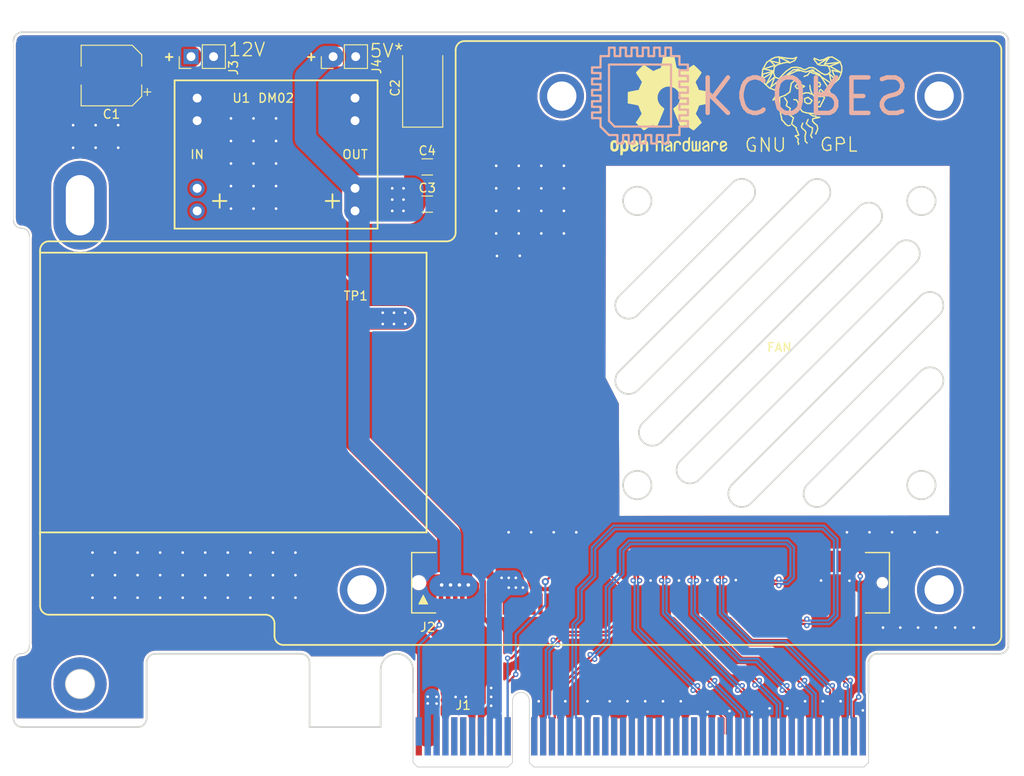
<source format=kicad_pcb>
(kicad_pcb (version 20171130) (host pcbnew "(5.1.9)-1")
  (layers (0 F.Cu mixed) (31 B.Cu signal) (34 B.Paste user) (35 F.Paste user) (36 B.SilkS user) (37 F.SilkS user) (38 B.Mask user) (39 F.Mask user) (44 Edge.Cuts user))
  (net 0 "")
  (net 1 "Net-(J2-Pad23)")
  (net 2 "Net-(J2-Pad22)")
  (net 3 "Net-(J2-Pad16)")
  (net 4 "Net-(J2-Pad15)")
  (net 5 "Net-(J2-Pad14)")
  (net 6 "Net-(J2-Pad80)")
  (net 7 "Net-(J2-Pad78)")
  (net 8 "Net-(J2-Pad76)")
  (net 9 "Net-(J2-Pad75)")
  (net 10 "Net-(J2-Pad74)")
  (net 11 "Net-(J1-PadA32)")
  (net 12 "Net-(J1-PadA19)")
  (net 13 "Net-(J1-PadB30)")
  (net 14 +12V)
  (net 15 GND)
  (net 16 +3V3)
  (net 17 "Net-(J1-PadB9)")
  (net 18 3V3AUX)
  (net 19 WAKE)
  (net 20 "Net-(J1-PadB17)")
  (net 21 "Net-(J1-PadB12)")
  (net 22 "Net-(J1-PadA5)")
  (net 23 "Net-(J1-PadA6)")
  (net 24 "Net-(J1-PadA7)")
  (net 25 "Net-(J1-PadA8)")
  (net 26 PERST)
  (net 27 REFCLK-)
  (net 28 REFCLK+)
  (net 29 "Net-(J2-Pad81)")
  (net 30 HSO3_N)
  (net 31 HSO3_P)
  (net 32 HSO2_N)
  (net 33 HSO2_P)
  (net 34 HSO1_N)
  (net 35 HSO1_P)
  (net 36 HSO0_P)
  (net 37 HSO0_N)
  (net 38 HSI3_N)
  (net 39 HSI3_P)
  (net 40 HSI2_N)
  (net 41 HSI2_P)
  (net 42 HSI1_N)
  (net 43 HSI1_P)
  (net 44 HSI0_P)
  (net 45 HSI0_N)
  (net 46 PRSNT2)
  (net 47 PRSNT1)
  (net 48 P5V_AUX)
  (net 49 HSI7_N)
  (net 50 HSI7_P)
  (net 51 HSI6_N)
  (net 52 HSI6_P)
  (net 53 "Net-(J1-PadB31)")
  (net 54 HSO4_P)
  (net 55 HSO4_N)
  (net 56 HSO5_P)
  (net 57 HSO5_N)
  (net 58 HSO6_P)
  (net 59 HSO6_N)
  (net 60 HSO7_P)
  (net 61 HSO7_N)
  (net 62 "Net-(J1-PadA33)")
  (net 63 HSI4_P)
  (net 64 HSI4_N)
  (net 65 HSI5_P)
  (net 66 HSI5_N)
  (net 67 "Net-(J1-PadB6)")
  (net 68 "Net-(J1-PadB5)")
  (net 69 "Net-(J2-Pad19)")
  (net 70 "Net-(J2-Pad18)")
  (net 71 "Net-(J2-Pad117)")
  (net 72 "Net-(J2-Pad116)")
  (net 73 "Net-(J2-Pad113)")
  (net 74 "Net-(J2-Pad112)")
  (net 75 "Net-(J2-Pad109)")
  (net 76 "Net-(J2-Pad108)")
  (net 77 "Net-(J2-Pad59)")
  (net 78 "Net-(J2-Pad58)")
  (net 79 "Net-(J2-Pad55)")
  (net 80 "Net-(J2-Pad54)")
  (net 81 "Net-(J2-Pad51)")
  (net 82 "Net-(J2-Pad50)")
  (module Connector_PCBEdge:BUS_PCIexpress_x8 (layer F.Cu) (at 133.65 130.55)
    (fp_text reference J1 (at 5 -3.5) (layer F.SilkS))
    (fp_text value PCIe_x8)
    (fp_line (start 10.55 -4) (end 10.55 2.95) (layer Edge.Cuts) (width 0.1))
    (fp_line (start 12.45 -4) (end 12.45 2.95) (layer Edge.Cuts) (width 0.1))
    (fp_line (start -0.65 -4.95) (end -0.65 2.95) (layer Edge.Cuts) (width 0.1))
    (fp_line (start -0.15 3.45) (end 10.05 3.45) (layer Edge.Cuts) (width 0.1))
    (fp_line (start 50.65 -4.95) (end 50.65 2.95) (layer Edge.Cuts) (width 0.1))
    (fp_line (start 12.95 3.45) (end 50.15 3.45) (layer Edge.Cuts) (width 0.1))
    (fp_line (start -0.65 2.95) (end -0.15 3.45) (layer Edge.Cuts) (width 0.1))
    (fp_line (start 10.55 2.95) (end 10.05 3.45) (layer Edge.Cuts) (width 0.1))
    (fp_line (start 12.45 2.95) (end 12.95 3.45) (layer Edge.Cuts) (width 0.1))
    (fp_line (start 50.65 2.95) (end 50.15 3.45) (layer Edge.Cuts) (width 0.1))
    (fp_arc (start 11.5 -4) (end 12.45 -4) (angle -180) (layer Edge.Cuts) (width 0.1))
    (pad A49 connect rect (at 50 0) (size 0.7 4.3) (layers B.Cu B.Mask) (net 15 GND))
    (pad A48 connect rect (at 49 0) (size 0.7 4.3) (layers B.Cu B.Mask) (net 49 HSI7_N))
    (pad A47 connect rect (at 48 0) (size 0.7 4.3) (layers B.Cu B.Mask) (net 50 HSI7_P))
    (pad A46 connect rect (at 47 0) (size 0.7 4.3) (layers B.Cu B.Mask) (net 15 GND))
    (pad A45 connect rect (at 46 0) (size 0.7 4.3) (layers B.Cu B.Mask) (net 15 GND))
    (pad A44 connect rect (at 45 0) (size 0.7 4.3) (layers B.Cu B.Mask) (net 51 HSI6_N))
    (pad A43 connect rect (at 44 0) (size 0.7 4.3) (layers B.Cu B.Mask) (net 52 HSI6_P))
    (pad A42 connect rect (at 43 0) (size 0.7 4.3) (layers B.Cu B.Mask) (net 15 GND))
    (pad A13 connect rect (at 14 0) (size 0.7 4.3) (layers B.Cu B.Mask) (net 28 REFCLK+))
    (pad A12 connect rect (at 13 0) (size 0.7 4.3) (layers B.Cu B.Mask) (net 15 GND))
    (pad A18 connect rect (at 19 0) (size 0.7 4.3) (layers B.Cu B.Mask) (net 15 GND))
    (pad A17 connect rect (at 18 0) (size 0.7 4.3) (layers B.Cu B.Mask) (net 45 HSI0_N))
    (pad A16 connect rect (at 17 0) (size 0.7 4.3) (layers B.Cu B.Mask) (net 44 HSI0_P))
    (pad A15 connect rect (at 16 0) (size 0.7 4.3) (layers B.Cu B.Mask) (net 15 GND))
    (pad A14 connect rect (at 15 0) (size 0.7 4.3) (layers B.Cu B.Mask) (net 27 REFCLK-))
    (pad A11 connect rect (at 10 0) (size 0.7 4.3) (layers B.Cu B.Mask) (net 26 PERST))
    (pad A10 connect rect (at 9 0) (size 0.7 4.3) (layers B.Cu B.Mask) (net 16 +3V3))
    (pad A9 connect rect (at 8 0) (size 0.7 4.3) (layers B.Cu B.Mask) (net 16 +3V3))
    (pad A8 connect rect (at 7 0) (size 0.7 4.3) (layers B.Cu B.Mask) (net 25 "Net-(J1-PadA8)"))
    (pad A7 connect rect (at 6 0) (size 0.7 4.3) (layers B.Cu B.Mask) (net 24 "Net-(J1-PadA7)"))
    (pad A6 connect rect (at 5 0) (size 0.7 4.3) (layers B.Cu B.Mask) (net 23 "Net-(J1-PadA6)"))
    (pad A5 connect rect (at 4 0) (size 0.7 4.3) (layers B.Cu B.Mask) (net 22 "Net-(J1-PadA5)"))
    (pad A4 connect rect (at 3 0) (size 0.7 4.3) (layers B.Cu B.Mask) (net 15 GND))
    (pad A3 connect rect (at 2 0) (size 0.7 4.3) (layers B.Cu B.Mask) (net 14 +12V))
    (pad A2 connect rect (at 1 0) (size 0.7 4.3) (layers B.Cu B.Mask) (net 14 +12V))
    (pad A1 connect rect (at 0 -0.55) (size 0.7 3.2) (layers B.Cu B.Mask) (net 47 PRSNT1))
    (pad B13 connect rect (at 14 0) (size 0.7 4.3) (layers F.Cu F.Mask) (net 15 GND))
    (pad B12 connect rect (at 13 0) (size 0.7 4.3) (layers F.Cu F.Mask) (net 21 "Net-(J1-PadB12)"))
    (pad B18 connect rect (at 19 0) (size 0.7 4.3) (layers F.Cu F.Mask) (net 15 GND))
    (pad B17 connect rect (at 18 0) (size 0.7 4.3) (layers F.Cu F.Mask) (net 20 "Net-(J1-PadB17)"))
    (pad B16 connect rect (at 17 0) (size 0.7 4.3) (layers F.Cu F.Mask) (net 15 GND))
    (pad B15 connect rect (at 16 0) (size 0.7 4.3) (layers F.Cu F.Mask) (net 37 HSO0_N))
    (pad B14 connect rect (at 15 0) (size 0.7 4.3) (layers F.Cu F.Mask) (net 36 HSO0_P))
    (pad B11 connect rect (at 10 0) (size 0.7 4.3) (layers F.Cu F.Mask) (net 19 WAKE))
    (pad B10 connect rect (at 9 0) (size 0.7 4.3) (layers F.Cu F.Mask) (net 18 3V3AUX))
    (pad B9 connect rect (at 8 0) (size 0.7 4.3) (layers F.Cu F.Mask) (net 17 "Net-(J1-PadB9)"))
    (pad B8 connect rect (at 7 0) (size 0.7 4.3) (layers F.Cu F.Mask) (net 16 +3V3))
    (pad B7 connect rect (at 6 0) (size 0.7 4.3) (layers F.Cu F.Mask) (net 15 GND))
    (pad B6 connect rect (at 5 0) (size 0.7 4.3) (layers F.Cu F.Mask) (net 67 "Net-(J1-PadB6)"))
    (pad B5 connect rect (at 4 0) (size 0.7 4.3) (layers F.Cu F.Mask) (net 68 "Net-(J1-PadB5)"))
    (pad B4 connect rect (at 3 0) (size 0.7 4.3) (layers F.Cu F.Mask) (net 15 GND))
    (pad B3 connect rect (at 2 0) (size 0.7 4.3) (layers F.Cu F.Mask) (net 14 +12V))
    (pad B2 connect rect (at 1 0) (size 0.7 4.3) (layers F.Cu F.Mask) (net 14 +12V))
    (pad B1 connect rect (at 0 0) (size 0.7 4.3) (layers F.Cu F.Mask) (net 14 +12V))
    (pad B19 connect rect (at 20 0) (size 0.7 4.3) (layers F.Cu F.Mask) (net 35 HSO1_P))
    (pad B20 connect rect (at 21 0) (size 0.7 4.3) (layers F.Cu F.Mask) (net 34 HSO1_N))
    (pad B21 connect rect (at 22 0) (size 0.7 4.3) (layers F.Cu F.Mask) (net 15 GND))
    (pad B22 connect rect (at 23 0) (size 0.7 4.3) (layers F.Cu F.Mask) (net 15 GND))
    (pad B23 connect rect (at 24 0) (size 0.7 4.3) (layers F.Cu F.Mask) (net 33 HSO2_P))
    (pad B24 connect rect (at 25 0) (size 0.7 4.3) (layers F.Cu F.Mask) (net 32 HSO2_N))
    (pad B25 connect rect (at 26 0) (size 0.7 4.3) (layers F.Cu F.Mask) (net 15 GND))
    (pad B26 connect rect (at 27 0) (size 0.7 4.3) (layers F.Cu F.Mask) (net 15 GND))
    (pad B27 connect rect (at 28 0) (size 0.7 4.3) (layers F.Cu F.Mask) (net 31 HSO3_P))
    (pad B28 connect rect (at 29 0) (size 0.7 4.3) (layers F.Cu F.Mask) (net 30 HSO3_N))
    (pad B29 connect rect (at 30 0) (size 0.7 4.3) (layers F.Cu F.Mask) (net 15 GND))
    (pad B30 connect rect (at 31 0) (size 0.7 4.3) (layers F.Cu F.Mask) (net 13 "Net-(J1-PadB30)"))
    (pad B31 connect rect (at 32 0) (size 0.7 4.3) (layers F.Cu F.Mask) (net 53 "Net-(J1-PadB31)"))
    (pad B32 connect rect (at 33 0) (size 0.7 4.3) (layers F.Cu F.Mask) (net 15 GND))
    (pad A19 connect rect (at 20 0) (size 0.7 4.3) (layers B.Cu B.Mask) (net 12 "Net-(J1-PadA19)"))
    (pad A20 connect rect (at 21 0) (size 0.7 4.3) (layers B.Cu B.Mask) (net 15 GND))
    (pad A21 connect rect (at 22 0) (size 0.7 4.3) (layers B.Cu B.Mask) (net 43 HSI1_P))
    (pad A22 connect rect (at 23 0) (size 0.7 4.3) (layers B.Cu B.Mask) (net 42 HSI1_N))
    (pad A23 connect rect (at 24 0) (size 0.7 4.3) (layers B.Cu B.Mask) (net 15 GND))
    (pad A24 connect rect (at 25 0) (size 0.7 4.3) (layers B.Cu B.Mask) (net 15 GND))
    (pad A25 connect rect (at 26 0) (size 0.7 4.3) (layers B.Cu B.Mask) (net 41 HSI2_P))
    (pad A26 connect rect (at 27 0) (size 0.7 4.3) (layers B.Cu B.Mask) (net 40 HSI2_N))
    (pad A27 connect rect (at 28 0) (size 0.7 4.3) (layers B.Cu B.Mask) (net 15 GND))
    (pad A28 connect rect (at 29 0) (size 0.7 4.3) (layers B.Cu B.Mask) (net 15 GND))
    (pad A29 connect rect (at 30 0) (size 0.7 4.3) (layers B.Cu B.Mask) (net 39 HSI3_P))
    (pad A30 connect rect (at 31 0) (size 0.7 4.3) (layers B.Cu B.Mask) (net 38 HSI3_N))
    (pad A31 connect rect (at 32 0) (size 0.7 4.3) (layers B.Cu B.Mask) (net 15 GND))
    (pad A32 connect rect (at 33 0) (size 0.7 4.3) (layers B.Cu B.Mask) (net 11 "Net-(J1-PadA32)"))
    (pad B33 connect rect (at 34 0) (size 0.7 4.3) (layers F.Cu F.Mask) (net 54 HSO4_P))
    (pad B34 connect rect (at 35 0) (size 0.7 4.3) (layers F.Cu F.Mask) (net 55 HSO4_N))
    (pad B35 connect rect (at 36 0) (size 0.7 4.3) (layers F.Cu F.Mask) (net 15 GND))
    (pad B36 connect rect (at 37 0) (size 0.7 4.3) (layers F.Cu F.Mask) (net 15 GND))
    (pad B37 connect rect (at 38 0) (size 0.7 4.3) (layers F.Cu F.Mask) (net 56 HSO5_P))
    (pad B38 connect rect (at 39 0) (size 0.7 4.3) (layers F.Cu F.Mask) (net 57 HSO5_N))
    (pad B39 connect rect (at 40 0) (size 0.7 4.3) (layers F.Cu F.Mask) (net 15 GND))
    (pad B40 connect rect (at 41 0) (size 0.7 4.3) (layers F.Cu F.Mask) (net 15 GND))
    (pad B41 connect rect (at 42 0) (size 0.7 4.3) (layers F.Cu F.Mask) (net 58 HSO6_P))
    (pad B42 connect rect (at 43 0) (size 0.7 4.3) (layers F.Cu F.Mask) (net 59 HSO6_N))
    (pad B43 connect rect (at 44 0) (size 0.7 4.3) (layers F.Cu F.Mask) (net 15 GND))
    (pad B44 connect rect (at 45 0) (size 0.7 4.3) (layers F.Cu F.Mask) (net 15 GND))
    (pad B45 connect rect (at 46 0) (size 0.7 4.3) (layers F.Cu F.Mask) (net 60 HSO7_P))
    (pad B46 connect rect (at 47 0) (size 0.7 4.3) (layers F.Cu F.Mask) (net 61 HSO7_N))
    (pad B47 connect rect (at 48 0) (size 0.7 4.3) (layers F.Cu F.Mask) (net 15 GND))
    (pad B48 connect rect (at 49 -0.55) (size 0.7 3.2) (layers F.Cu F.Mask) (net 46 PRSNT2))
    (pad B49 connect rect (at 50 0) (size 0.7 4.3) (layers F.Cu F.Mask) (net 15 GND))
    (pad A33 connect rect (at 34 0) (size 0.7 4.3) (layers B.Cu B.Mask) (net 62 "Net-(J1-PadA33)"))
    (pad A34 connect rect (at 35 0) (size 0.7 4.3) (layers B.Cu B.Mask) (net 15 GND))
    (pad A35 connect rect (at 36 0) (size 0.7 4.3) (layers B.Cu B.Mask) (net 63 HSI4_P))
    (pad A36 connect rect (at 37 0) (size 0.7 4.3) (layers B.Cu B.Mask) (net 64 HSI4_N))
    (pad A37 connect rect (at 38 0) (size 0.7 4.3) (layers B.Cu B.Mask) (net 15 GND))
    (pad A38 connect rect (at 39 0) (size 0.7 4.3) (layers B.Cu B.Mask) (net 15 GND))
    (pad A39 connect rect (at 40 0) (size 0.7 4.3) (layers B.Cu B.Mask) (net 65 HSI5_P))
    (pad A40 connect rect (at 41 0) (size 0.7 4.3) (layers B.Cu B.Mask) (net 66 HSI5_N))
    (pad A41 connect rect (at 42 0) (size 0.7 4.3) (layers B.Cu B.Mask) (net 15 GND))
  )
  (module Connector_Wire:SolderWirePad_1x01_Drill0.8mm (layer F.Cu) (at 95.5 70.739)
    (fp_text reference REF** hide)
    (fp_text value "" hide)
    (pad 1 thru_hole oval (at 0 0) (size 6 10) (drill oval 3.2 6.8) (layers *.Cu *.Mask))
  )
  (module Connector_Wire:SolderWirePad_1x01_Drill0.8mm (layer F.Cu) (at 95.5 124.650001)
    (fp_text reference REF** hide)
    (fp_text value "" hide)
    (pad 1 thru_hole circle (at 0 0) (size 6 6) (drill 3.2) (layers *.Cu *.Mask))
  )
  (module FCI_61082:OCP_Mezz_V2.0 (layer F.Cu) (at 133.65 113.25)
    (fp_text reference J2 (at 1 5) (layer F.SilkS))
    (fp_text value Conn_02x40_Top_Bottom)
    (pad 120 smd rect (at 49.7 -2.4) (size 0.5 2.4) (layers F.Cu F.Paste F.Mask) (net 46 PRSNT2))
    (pad 119 smd rect (at 48.9 -2.4) (size 0.5 2.4) (layers F.Cu F.Paste F.Mask) (net 15 GND))
    (pad 118 smd rect (at 48.1 -2.4) (size 0.5 2.4) (layers F.Cu F.Paste F.Mask) (net 15 GND))
    (pad 117 smd rect (at 47.3 -2.4) (size 0.5 2.4) (layers F.Cu F.Paste F.Mask) (net 71 "Net-(J2-Pad117)"))
    (pad 116 smd rect (at 46.5 -2.4) (size 0.5 2.4) (layers F.Cu F.Paste F.Mask) (net 72 "Net-(J2-Pad116)"))
    (pad 115 smd rect (at 45.7 -2.4) (size 0.5 2.4) (layers F.Cu F.Paste F.Mask) (net 15 GND))
    (pad 114 smd rect (at 44.9 -2.4) (size 0.5 2.4) (layers F.Cu F.Paste F.Mask) (net 15 GND))
    (pad 113 smd rect (at 44.1 -2.4) (size 0.5 2.4) (layers F.Cu F.Paste F.Mask) (net 73 "Net-(J2-Pad113)"))
    (pad 112 smd rect (at 43.3 -2.4) (size 0.5 2.4) (layers F.Cu F.Paste F.Mask) (net 74 "Net-(J2-Pad112)"))
    (pad 111 smd rect (at 42.5 -2.4) (size 0.5 2.4) (layers F.Cu F.Paste F.Mask) (net 15 GND))
    (pad 110 smd rect (at 41.7 -2.4) (size 0.5 2.4) (layers F.Cu F.Paste F.Mask) (net 15 GND))
    (pad 109 smd rect (at 40.9 -2.4) (size 0.5 2.4) (layers F.Cu F.Paste F.Mask) (net 75 "Net-(J2-Pad109)"))
    (pad 108 smd rect (at 40.1 -2.4) (size 0.5 2.4) (layers F.Cu F.Paste F.Mask) (net 76 "Net-(J2-Pad108)"))
    (pad 107 smd rect (at 39.3 -2.4) (size 0.5 2.4) (layers F.Cu F.Paste F.Mask) (net 15 GND))
    (pad 106 smd rect (at 38.5 -2.4) (size 0.5 2.4) (layers F.Cu F.Paste F.Mask) (net 15 GND))
    (pad 105 smd rect (at 37.7 -2.4) (size 0.5 2.4) (layers F.Cu F.Paste F.Mask) (net 37 HSO0_N))
    (pad 104 smd rect (at 36.9 -2.4) (size 0.5 2.4) (layers F.Cu F.Paste F.Mask) (net 36 HSO0_P))
    (pad 103 smd rect (at 36.1 -2.4) (size 0.5 2.4) (layers F.Cu F.Paste F.Mask) (net 15 GND))
    (pad 102 smd rect (at 35.3 -2.4) (size 0.5 2.4) (layers F.Cu F.Paste F.Mask) (net 15 GND))
    (pad 101 smd rect (at 34.5 -2.4) (size 0.5 2.4) (layers F.Cu F.Paste F.Mask) (net 61 HSO7_N))
    (pad 100 smd rect (at 33.7 -2.4) (size 0.5 2.4) (layers F.Cu F.Paste F.Mask) (net 60 HSO7_P))
    (pad 99 smd rect (at 32.9 -2.4) (size 0.5 2.4) (layers F.Cu F.Paste F.Mask) (net 15 GND))
    (pad 98 smd rect (at 32.1 -2.4) (size 0.5 2.4) (layers F.Cu F.Paste F.Mask) (net 15 GND))
    (pad 97 smd rect (at 31.3 -2.4) (size 0.5 2.4) (layers F.Cu F.Paste F.Mask) (net 59 HSO6_N))
    (pad 96 smd rect (at 30.5 -2.4) (size 0.5 2.4) (layers F.Cu F.Paste F.Mask) (net 58 HSO6_P))
    (pad 95 smd rect (at 29.7 -2.4) (size 0.5 2.4) (layers F.Cu F.Paste F.Mask) (net 15 GND))
    (pad 94 smd rect (at 28.9 -2.4) (size 0.5 2.4) (layers F.Cu F.Paste F.Mask) (net 15 GND))
    (pad 93 smd rect (at 28.1 -2.4) (size 0.5 2.4) (layers F.Cu F.Paste F.Mask) (net 57 HSO5_N))
    (pad 92 smd rect (at 27.3 -2.4) (size 0.5 2.4) (layers F.Cu F.Paste F.Mask) (net 56 HSO5_P))
    (pad 91 smd rect (at 26.5 -2.4) (size 0.5 2.4) (layers F.Cu F.Paste F.Mask) (net 15 GND))
    (pad 90 smd rect (at 25.7 -2.4) (size 0.5 2.4) (layers F.Cu F.Paste F.Mask) (net 15 GND))
    (pad 89 smd rect (at 24.9 -2.4) (size 0.5 2.4) (layers F.Cu F.Paste F.Mask) (net 55 HSO4_N))
    (pad 88 smd rect (at 24.1 -2.4) (size 0.5 2.4) (layers F.Cu F.Paste F.Mask) (net 54 HSO4_P))
    (pad 87 smd rect (at 23.3 -2.4) (size 0.5 2.4) (layers F.Cu F.Paste F.Mask) (net 15 GND))
    (pad 86 smd rect (at 22.5 -2.4) (size 0.5 2.4) (layers F.Cu F.Paste F.Mask) (net 15 GND))
    (pad 85 smd rect (at 21.7 -2.4) (size 0.5 2.4) (layers F.Cu F.Paste F.Mask) (net 27 REFCLK-))
    (pad 84 smd rect (at 20.9 -2.4) (size 0.5 2.4) (layers F.Cu F.Paste F.Mask) (net 28 REFCLK+))
    (pad 83 smd rect (at 20.1 -2.4) (size 0.5 2.4) (layers F.Cu F.Paste F.Mask) (net 15 GND))
    (pad 82 smd rect (at 19.3 -2.4) (size 0.5 2.4) (layers F.Cu F.Paste F.Mask) (net 15 GND))
    (pad 81 smd rect (at 18.5 -2.4) (size 0.5 2.4) (layers F.Cu F.Paste F.Mask) (net 29 "Net-(J2-Pad81)"))
    (pad 80 smd rect (at 17.7 -2.4) (size 0.5 2.4) (layers F.Cu F.Paste F.Mask) (net 6 "Net-(J2-Pad80)"))
    (pad 79 smd rect (at 16.9 -2.4) (size 0.5 2.4) (layers F.Cu F.Paste F.Mask) (net 15 GND))
    (pad 78 smd rect (at 16.1 -2.4) (size 0.5 2.4) (layers F.Cu F.Paste F.Mask) (net 7 "Net-(J2-Pad78)"))
    (pad 77 smd rect (at 15.3 -2.4) (size 0.5 2.4) (layers F.Cu F.Paste F.Mask) (net 19 WAKE))
    (pad 76 smd rect (at 14.5 -2.4) (size 0.5 2.4) (layers F.Cu F.Paste F.Mask) (net 8 "Net-(J2-Pad76)"))
    (pad 75 smd rect (at 13.7 -2.4) (size 0.5 2.4) (layers F.Cu F.Paste F.Mask) (net 9 "Net-(J2-Pad75)"))
    (pad 74 smd rect (at 12.9 -2.4) (size 0.5 2.4) (layers F.Cu F.Paste F.Mask) (net 10 "Net-(J2-Pad74)"))
    (pad 73 smd rect (at 12.1 -2.4) (size 0.5 2.4) (layers F.Cu F.Paste F.Mask) (net 15 GND))
    (pad 72 smd rect (at 11.3 -2.4) (size 0.5 2.4) (layers F.Cu F.Paste F.Mask) (net 16 +3V3))
    (pad 71 smd rect (at 10.5 -2.4) (size 0.5 2.4) (layers F.Cu F.Paste F.Mask) (net 16 +3V3))
    (pad 70 smd rect (at 9.7 -2.4) (size 0.5 2.4) (layers F.Cu F.Paste F.Mask) (net 16 +3V3))
    (pad 69 smd rect (at 8.9 -2.4) (size 0.5 2.4) (layers F.Cu F.Paste F.Mask) (net 16 +3V3))
    (pad 68 smd rect (at 8.1 -2.4) (size 0.5 2.4) (layers F.Cu F.Paste F.Mask) (net 15 GND))
    (pad 67 smd rect (at 7.3 -2.4) (size 0.5 2.4) (layers F.Cu F.Paste F.Mask) (net 15 GND))
    (pad 66 smd rect (at 6.5 -2.4) (size 0.5 2.4) (layers F.Cu F.Paste F.Mask) (net 18 3V3AUX))
    (pad 65 smd rect (at 5.7 -2.4) (size 0.5 2.4) (layers F.Cu F.Paste F.Mask) (net 15 GND))
    (pad 64 smd rect (at 4.9 -2.4) (size 0.5 2.4) (layers F.Cu F.Paste F.Mask) (net 15 GND))
    (pad 63 smd rect (at 4.1 -2.4) (size 0.5 2.4) (layers F.Cu F.Paste F.Mask) (net 14 +12V))
    (pad 62 smd rect (at 3.3 -2.4) (size 0.5 2.4) (layers F.Cu F.Paste F.Mask) (net 14 +12V))
    (pad 61 smd rect (at 2.5 -2.4) (size 0.5 2.4) (layers F.Cu F.Paste F.Mask) (net 14 +12V))
    (pad 60 smd rect (at 49.7 2.4) (size 0.5 2.4) (layers F.Cu F.Paste F.Mask) (net 15 GND))
    (pad 59 smd rect (at 48.9 2.4) (size 0.5 2.4) (layers F.Cu F.Paste F.Mask) (net 77 "Net-(J2-Pad59)"))
    (pad 58 smd rect (at 48.1 2.4) (size 0.5 2.4) (layers F.Cu F.Paste F.Mask) (net 78 "Net-(J2-Pad58)"))
    (pad 57 smd rect (at 47.3 2.4) (size 0.5 2.4) (layers F.Cu F.Paste F.Mask) (net 15 GND))
    (pad 56 smd rect (at 46.5 2.4) (size 0.5 2.4) (layers F.Cu F.Paste F.Mask) (net 15 GND))
    (pad 55 smd rect (at 45.7 2.4) (size 0.5 2.4) (layers F.Cu F.Paste F.Mask) (net 79 "Net-(J2-Pad55)"))
    (pad 54 smd rect (at 44.9 2.4) (size 0.5 2.4) (layers F.Cu F.Paste F.Mask) (net 80 "Net-(J2-Pad54)"))
    (pad 53 smd rect (at 44.1 2.4) (size 0.5 2.4) (layers F.Cu F.Paste F.Mask) (net 15 GND))
    (pad 52 smd rect (at 43.3 2.4) (size 0.5 2.4) (layers F.Cu F.Paste F.Mask) (net 15 GND))
    (pad 51 smd rect (at 42.5 2.4) (size 0.5 2.4) (layers F.Cu F.Paste F.Mask) (net 81 "Net-(J2-Pad51)"))
    (pad 50 smd rect (at 41.7 2.4) (size 0.5 2.4) (layers F.Cu F.Paste F.Mask) (net 82 "Net-(J2-Pad50)"))
    (pad 49 smd rect (at 40.9 2.4) (size 0.5 2.4) (layers F.Cu F.Paste F.Mask) (net 15 GND))
    (pad 48 smd rect (at 40.1 2.4) (size 0.5 2.4) (layers F.Cu F.Paste F.Mask) (net 15 GND))
    (pad 47 smd rect (at 39.3 2.4) (size 0.5 2.4) (layers F.Cu F.Paste F.Mask) (net 45 HSI0_N))
    (pad 46 smd rect (at 38.5 2.4) (size 0.5 2.4) (layers F.Cu F.Paste F.Mask) (net 44 HSI0_P))
    (pad 45 smd rect (at 37.7 2.4) (size 0.5 2.4) (layers F.Cu F.Paste F.Mask) (net 15 GND))
    (pad 44 smd rect (at 36.9 2.4) (size 0.5 2.4) (layers F.Cu F.Paste F.Mask) (net 15 GND))
    (pad 43 smd rect (at 36.1 2.4) (size 0.5 2.4) (layers F.Cu F.Paste F.Mask) (net 49 HSI7_N))
    (pad 42 smd rect (at 35.3 2.4) (size 0.5 2.4) (layers F.Cu F.Paste F.Mask) (net 50 HSI7_P))
    (pad 41 smd rect (at 34.5 2.4) (size 0.5 2.4) (layers F.Cu F.Paste F.Mask) (net 15 GND))
    (pad 40 smd rect (at 33.7 2.4) (size 0.5 2.4) (layers F.Cu F.Paste F.Mask) (net 15 GND))
    (pad 39 smd rect (at 32.9 2.4) (size 0.5 2.4) (layers F.Cu F.Paste F.Mask) (net 51 HSI6_N))
    (pad 38 smd rect (at 32.1 2.4) (size 0.5 2.4) (layers F.Cu F.Paste F.Mask) (net 52 HSI6_P))
    (pad 37 smd rect (at 31.3 2.4) (size 0.5 2.4) (layers F.Cu F.Paste F.Mask) (net 15 GND))
    (pad 36 smd rect (at 30.5 2.4) (size 0.5 2.4) (layers F.Cu F.Paste F.Mask) (net 15 GND))
    (pad 35 smd rect (at 29.7 2.4) (size 0.5 2.4) (layers F.Cu F.Paste F.Mask) (net 66 HSI5_N))
    (pad 34 smd rect (at 28.9 2.4) (size 0.5 2.4) (layers F.Cu F.Paste F.Mask) (net 65 HSI5_P))
    (pad 33 smd rect (at 28.1 2.4) (size 0.5 2.4) (layers F.Cu F.Paste F.Mask) (net 15 GND))
    (pad 32 smd rect (at 27.3 2.4) (size 0.5 2.4) (layers F.Cu F.Paste F.Mask) (net 15 GND))
    (pad 31 smd rect (at 26.5 2.4) (size 0.5 2.4) (layers F.Cu F.Paste F.Mask) (net 64 HSI4_N))
    (pad 30 smd rect (at 25.7 2.4) (size 0.5 2.4) (layers F.Cu F.Paste F.Mask) (net 63 HSI4_P))
    (pad 29 smd rect (at 24.9 2.4) (size 0.5 2.4) (layers F.Cu F.Paste F.Mask) (net 15 GND))
    (pad 28 smd rect (at 24.1 2.4) (size 0.5 2.4) (layers F.Cu F.Paste F.Mask) (net 15 GND))
    (pad 27 smd rect (at 23.3 2.4) (size 0.5 2.4) (layers F.Cu F.Paste F.Mask) (net 27 REFCLK-))
    (pad 26 smd rect (at 22.5 2.4) (size 0.5 2.4) (layers F.Cu F.Paste F.Mask) (net 28 REFCLK+))
    (pad 25 smd rect (at 21.7 2.4) (size 0.5 2.4) (layers F.Cu F.Paste F.Mask) (net 15 GND))
    (pad 24 smd rect (at 20.9 2.4) (size 0.5 2.4) (layers F.Cu F.Paste F.Mask) (net 15 GND))
    (pad 23 smd rect (at 20.1 2.4) (size 0.5 2.4) (layers F.Cu F.Paste F.Mask) (net 1 "Net-(J2-Pad23)"))
    (pad 22 smd rect (at 19.3 2.4) (size 0.5 2.4) (layers F.Cu F.Paste F.Mask) (net 2 "Net-(J2-Pad22)"))
    (pad 21 smd rect (at 18.5 2.4) (size 0.5 2.4) (layers F.Cu F.Paste F.Mask) (net 15 GND))
    (pad 20 smd rect (at 17.7 2.4) (size 0.5 2.4) (layers F.Cu F.Paste F.Mask) (net 15 GND))
    (pad 19 smd rect (at 16.9 2.4) (size 0.5 2.4) (layers F.Cu F.Paste F.Mask) (net 69 "Net-(J2-Pad19)"))
    (pad 18 smd rect (at 16.1 2.4) (size 0.5 2.4) (layers F.Cu F.Paste F.Mask) (net 70 "Net-(J2-Pad18)"))
    (pad 17 smd rect (at 15.3 2.4) (size 0.5 2.4) (layers F.Cu F.Paste F.Mask) (net 26 PERST))
    (pad 16 smd rect (at 14.5 2.4) (size 0.5 2.4) (layers F.Cu F.Paste F.Mask) (net 3 "Net-(J2-Pad16)"))
    (pad 15 smd rect (at 13.7 2.4) (size 0.5 2.4) (layers F.Cu F.Paste F.Mask) (net 4 "Net-(J2-Pad15)"))
    (pad 14 smd rect (at 12.9 2.4) (size 0.5 2.4) (layers F.Cu F.Paste F.Mask) (net 5 "Net-(J2-Pad14)"))
    (pad 13 smd rect (at 12.1 2.4) (size 0.5 2.4) (layers F.Cu F.Paste F.Mask) (net 16 +3V3))
    (pad 12 smd rect (at 11.3 2.4) (size 0.5 2.4) (layers F.Cu F.Paste F.Mask) (net 16 +3V3))
    (pad 11 smd rect (at 10.5 2.4) (size 0.5 2.4) (layers F.Cu F.Paste F.Mask) (net 16 +3V3))
    (pad 10 smd rect (at 9.7 2.4) (size 0.5 2.4) (layers F.Cu F.Paste F.Mask) (net 16 +3V3))
    (pad 9 smd rect (at 8.9 2.4) (size 0.5 2.4) (layers F.Cu F.Paste F.Mask) (net 15 GND))
    (pad 8 smd rect (at 8.1 2.4) (size 0.5 2.4) (layers F.Cu F.Paste F.Mask) (net 15 GND))
    (pad 7 smd rect (at 7.3 2.4) (size 0.5 2.4) (layers F.Cu F.Paste F.Mask) (net 18 3V3AUX))
    (pad 6 smd rect (at 6.5 2.4) (size 0.5 2.4) (layers F.Cu F.Paste F.Mask) (net 15 GND))
    (pad 5 smd rect (at 5.7 2.4) (size 0.5 2.4) (layers F.Cu F.Paste F.Mask) (net 15 GND))
    (pad 4 smd rect (at 4.9 2.4) (size 0.5 2.4) (layers F.Cu F.Paste F.Mask) (net 48 P5V_AUX))
    (pad 3 smd rect (at 4.1 2.4) (size 0.5 2.4) (layers F.Cu F.Paste F.Mask) (net 48 P5V_AUX))
    (pad 2 smd rect (at 3.3 2.4) (size 0.5 2.4) (layers F.Cu F.Paste F.Mask) (net 48 P5V_AUX))
    (pad "" thru_hole circle (at 58.6 0.8) (size 5 5) (drill 3.3) (layers *.Cu *.Mask))
    (pad "" thru_hole circle (at 58.6 -54.8) (size 5 5) (drill 3.3) (layers *.Cu *.Mask))
    (pad "" thru_hole circle (at 16.1 -54.8) (size 5 5) (drill 3.3) (layers *.Cu *.Mask))
    (pad 1 smd rect (at 2.5 2.4) (size 0.5 2.4) (layers F.Cu F.Paste F.Mask) (net 47 PRSNT1))
    (pad "" np_thru_hole circle (at 0 0) (size 1.2 1.2) (drill 1.2) (layers *.Cu *.Mask))
    (pad "" np_thru_hole circle (at 52.2 0) (size 0.8 0.8) (drill 0.8) (layers *.Cu *.Mask))
    (pad "" thru_hole circle (at -6.4 0.8) (size 5 5) (drill 3.3) (layers *.Cu *.Mask))
  )
  (module Symbol:OSHW-Logo2_14.6x12mm_SilkScreen (layer F.Cu) (at 161.798 59.563)
    (fp_text reference REF** hide)
    (fp_text value OSHW-Logo2_14.6x12mm_SilkScreen hide)
  )
  (module Symbol:Symbol_GNU-Logo_SilkscreenTop (layer F.Cu) (at 177.038 57.785)
    (fp_text reference REF** hide)
    (fp_text value Symbol_GNU-Logo_SilkscreenTop)
  )
  (module Connector_PinHeader_2.54mm:PinHeader_1x02_P2.54mm_Vertical (layer F.Cu) (at 124 54 90)
    (fp_text reference J4 (at -1.118 4.905 270) (layer F.SilkS))
    (fp_text value Conn_01x02)
    (pad 1 thru_hole rect (at 0 0 90) (size 1.7 1.7) (drill 1) (layers *.Cu *.Mask) (net 48 P5V_AUX))
    (pad 2 thru_hole oval (at 0 2.54 90) (size 1.7 1.7) (drill 1) (layers *.Cu *.Mask) (net 15 GND))
  )
  (module Connector_PinHeader_2.54mm:PinHeader_1x02_P2.54mm_Vertical (layer F.Cu) (at 108 54 90)
    (fp_text reference J3 (at -1.245 4.776 90) (layer F.SilkS))
    (fp_text value Conn_01x02)
    (pad 1 thru_hole rect (at 0 0 90) (size 1.7 1.7) (drill 1) (layers *.Cu *.Mask) (net 14 +12V))
    (pad 2 thru_hole oval (at 0 2.54 90) (size 1.7 1.7) (drill 1) (layers *.Cu *.Mask) (net 15 GND))
  )
  (module FCI_61082:TestPlot (layer F.Cu) (at 126.55 83.55)
    (fp_text reference TP1 (at 0 -2.6) (layer F.SilkS))
    (fp_text value TestPoint_2Pole)
    (pad 2 smd rect (at 1.325 0) (size 2.4 2) (layers F.Cu F.Paste F.Mask) (net 48 P5V_AUX))
    (pad 1 smd rect (at -1.325 0) (size 2.4 2) (layers F.Cu F.Paste F.Mask) (net 14 +12V))
  )
  (module FCI_61082:DM02 (layer F.Cu) (at 126.468 71.374 180)
    (fp_text reference U1 (at 12.803 12.7) (layer F.SilkS))
    (fp_text value DM02)
    (fp_text user DM02 (at 8.89 12.7) (layer F.SilkS))
    (fp_text user IN (at 17.78 6.35) (layer F.SilkS))
    (fp_text user OUT (at 0 6.35) (layer F.SilkS))
    (fp_text user + (at 15.24 1.27) (layer F.SilkS) (effects (font (size 2 2) (thickness 0.2))))
    (fp_text user + (at 2.54 1.27) (layer F.SilkS) (effects (font (size 2 2) (thickness 0.2))))
    (pad 1 thru_hole circle (at 0 0 180) (size 1.7 1.7) (drill 1) (layers *.Cu *.Mask) (net 48 P5V_AUX))
    (pad 1 connect oval (at 0 0 180) (size 4.24 1.7) (drill (offset -1.27 0)) (layers F.Cu F.Mask) (net 48 P5V_AUX))
    (pad 1 connect oval (at 0 2.54 180) (size 4.24 1.7) (drill (offset -1.27 0)) (layers F.Cu F.Mask) (net 48 P5V_AUX))
    (pad 1 thru_hole circle (at 0 2.54 180) (size 1.7 1.7) (drill 1) (layers *.Cu *.Mask) (net 48 P5V_AUX))
    (pad 2 connect oval (at 0 10.16 180) (size 4.24 1.7) (drill (offset -1.27 0)) (layers F.Cu F.Mask) (net 15 GND))
    (pad 2 thru_hole circle (at 0 12.7 180) (size 1.7 1.7) (drill 1) (layers *.Cu *.Mask) (net 15 GND))
    (pad 2 thru_hole circle (at 0 10.16 180) (size 1.7 1.7) (drill 1) (layers *.Cu *.Mask) (net 15 GND))
    (pad 2 connect oval (at 0 12.7 180) (size 4.24 1.7) (drill (offset -1.27 0)) (layers F.Cu F.Mask) (net 15 GND))
    (pad 3 connect oval (at 17.78 10.16) (size 4.24 1.7) (drill (offset -1.27 0)) (layers F.Cu F.Mask) (net 15 GND))
    (pad 3 thru_hole circle (at 17.78 10.16) (size 1.7 1.7) (drill 1) (layers *.Cu *.Mask) (net 15 GND))
    (pad 3 connect oval (at 17.78 12.7) (size 4.24 1.7) (drill (offset -1.27 0)) (layers F.Cu F.Mask) (net 15 GND))
    (pad 3 thru_hole circle (at 17.78 12.7) (size 1.7 1.7) (drill 1) (layers *.Cu *.Mask) (net 15 GND))
    (pad 4 connect oval (at 17.78 0) (size 4.24 1.7) (drill (offset -1.27 0)) (layers F.Cu F.Mask) (net 14 +12V))
    (pad 4 thru_hole circle (at 17.78 0) (size 1.7 1.7) (drill 1) (layers *.Cu *.Mask) (net 14 +12V))
    (pad 4 connect oval (at 17.78 2.54) (size 4.24 1.7) (drill (offset -1.27 0)) (layers F.Cu F.Mask) (net 14 +12V))
    (pad 4 thru_hole circle (at 17.78 2.54) (size 1.7 1.7) (drill 1) (layers *.Cu *.Mask) (net 14 +12V))
  )
  (module Capacitor_SMD:C_1206_3216Metric (layer F.Cu) (at 134.599 66.421)
    (fp_text reference C4 (at 0 -1.82) (layer F.SilkS))
    (fp_text value C)
    (pad 1 smd roundrect (at -1.4 0) (size 1.25 1.75) (layers F.Cu F.Paste F.Mask) (roundrect_rratio 0.2) (net 48 P5V_AUX))
    (pad 2 smd roundrect (at 1.4 0) (size 1.25 1.75) (layers F.Cu F.Paste F.Mask) (roundrect_rratio 0.2) (net 15 GND))
  )
  (module Capacitor_SMD:C_1206_3216Metric (layer F.Cu) (at 134.599 70.612)
    (fp_text reference C3 (at 0 -1.82) (layer F.SilkS))
    (fp_text value C)
    (pad 1 smd roundrect (at -1.4 0) (size 1.25 1.75) (layers F.Cu F.Paste F.Mask) (roundrect_rratio 0.2) (net 48 P5V_AUX))
    (pad 2 smd roundrect (at 1.4 0) (size 1.25 1.75) (layers F.Cu F.Paste F.Mask) (roundrect_rratio 0.2) (net 15 GND))
  )
  (module Capacitor_Tantalum_SMD:CP_EIA-7343-31_Kemet-D (layer F.Cu) (at 134.088 57.531 90)
    (fp_text reference C2 (at 0 -3.1 90) (layer F.SilkS))
    (fp_text value C)
    (pad 1 smd roundrect (at -3.1125 0 90) (size 2.075 2.55) (layers F.Cu F.Paste F.Mask) (roundrect_rratio 0.1204819277108434) (net 48 P5V_AUX))
    (pad 2 smd roundrect (at 3.1125 0 90) (size 2.075 2.55) (layers F.Cu F.Paste F.Mask) (roundrect_rratio 0.1204819277108434) (net 15 GND))
  )
  (module Capacitor_SMD:CP_Elec_6.3x5.4 (layer F.Cu) (at 99.036 56.134 180)
    (fp_text reference C1 (at 0 -4.35) (layer F.SilkS))
    (fp_text value C)
    (pad 2 smd roundrect (at 2.8 0 180) (size 3.5 1.6) (layers F.Cu F.Paste F.Mask) (roundrect_rratio 0.15625) (net 15 GND))
    (pad 1 smd roundrect (at -2.8 0 180) (size 3.5 1.6) (layers F.Cu F.Paste F.Mask) (roundrect_rratio 0.15625) (net 14 +12V))
  )
  (module FCI_61082:Fan_4010 (layer F.Cu) (at 174.25 86.25)
    (fp_text reference FAN (at 0 0.5) (layer F.SilkS))
    (fp_text value Fan_4010)
    (fp_circle (center 16 -16) (end 17.6 -16) (layer Edge.Cuts) (width 0.2))
    (fp_circle (center -16 -16) (end -14.4 -16) (layer Edge.Cuts) (width 0.2))
    (fp_circle (center 16 16) (end 17.6 16) (layer Edge.Cuts) (width 0.2))
    (fp_circle (center -16 16) (end -14.4 16) (layer Edge.Cuts) (width 0.2))
    (fp_line (start -9.009204 15.373165) (end 15.373165 -9.009204) (layer Edge.Cuts) (width 0.2))
    (fp_line (start 13.251845 -11.130525) (end -11.130525 13.251845) (layer Edge.Cuts) (width 0.2))
    (fp_line (start 11.130525 -13.251845) (end -13.251845 11.130525) (layer Edge.Cuts) (width 0.2))
    (fp_line (start -15.373165 9.009204) (end 9.009204 -15.373165) (layer Edge.Cuts) (width 0.2))
    (fp_line (start 18.037113 -3.187871) (end -3.187871 18.037113) (layer Edge.Cuts) (width 0.2))
    (fp_line (start -5.309191 15.915793) (end 15.915793 -5.309191) (layer Edge.Cuts) (width 0.2))
    (fp_line (start 18.041036 5.293487) (end 5.293487 18.041036) (layer Edge.Cuts) (width 0.2))
    (fp_line (start 3.172167 15.919715) (end 15.919715 3.172167) (layer Edge.Cuts) (width 0.2))
    (fp_line (start -18.037113 3.187871) (end 3.187871 -18.037113) (layer Edge.Cuts) (width 0.2))
    (fp_line (start 5.309191 -15.915793) (end -15.915793 5.309191) (layer Edge.Cuts) (width 0.2))
    (fp_line (start -18.041036 -5.293487) (end -5.293487 -18.041036) (layer Edge.Cuts) (width 0.2))
    (fp_line (start -3.172167 -15.919715) (end -15.919715 -3.172167) (layer Edge.Cuts) (width 0.2))
    (fp_arc (start -16.980376 -4.232827) (end -18.041036 -5.293487) (angle -180) (layer Edge.Cuts) (width 0.2))
    (fp_arc (start -4.232827 -16.980376) (end -3.172167 -15.919715) (angle -180) (layer Edge.Cuts) (width 0.2))
    (fp_arc (start -16.976453 4.248531) (end -18.037113 3.187871) (angle -180) (layer Edge.Cuts) (width 0.2))
    (fp_arc (start 4.248531 -16.976453) (end 5.309191 -15.915793) (angle -180) (layer Edge.Cuts) (width 0.2))
    (fp_arc (start 16.980376 4.232827) (end 18.041036 5.293487) (angle -180) (layer Edge.Cuts) (width 0.2))
    (fp_arc (start 4.232827 16.980376) (end 3.172167 15.919715) (angle -180) (layer Edge.Cuts) (width 0.2))
    (fp_arc (start 16.976453 -4.248531) (end 18.037113 -3.187871) (angle -180) (layer Edge.Cuts) (width 0.2))
    (fp_arc (start -4.248531 16.976453) (end -5.309191 15.915793) (angle -180) (layer Edge.Cuts) (width 0.2))
    (fp_arc (start 10.069864 -14.312505) (end 11.130525 -13.251845) (angle -180) (layer Edge.Cuts) (width 0.2))
    (fp_arc (start -14.312505 10.069864) (end -15.373165 9.009204) (angle -180) (layer Edge.Cuts) (width 0.2))
    (fp_arc (start -10.069864 14.312505) (end -11.130525 13.251845) (angle -180) (layer Edge.Cuts) (width 0.2))
    (fp_arc (start 14.312505 -10.069864) (end 15.373165 -9.009204) (angle -180) (layer Edge.Cuts) (width 0.2))
  )
  (gr_arc (start 185.325 122.275) (end 185.35 121.25) (angle -92.76518278) (layer Edge.Cuts) (width 0.2032))
  (gr_text + (at 121.539 53.975) (layer F.SilkS) (effects (font (size 1 1) (thickness 0.2)) (justify mirror)))
  (gr_text KCORES (at 177.038 58.166 180) (layer B.SilkS) (effects (font (size 4 4) (thickness 0.5)) (justify mirror)))
  (gr_line (start 155.066719 54.895205) (end 156.812703 54.895205) (layer B.SilkS) (width 0.25))
  (gr_line (start 155.066719 62.83179) (end 155.304774 62.83179) (layer B.SilkS) (width 0.25))
  (gr_line (start 155.304774 62.83179) (end 155.840499 62.83179) (layer B.SilkS) (width 0.25))
  (gr_line (start 156.019024 62.91109) (end 156.018954 63.56584) (layer B.SilkS) (width 0.25))
  (gr_line (start 162.050859 60.56984) (end 162.050859 61.87929) (layer B.SilkS) (width 0.25))
  (gr_line (start 155.066719 56.085685) (end 155.066719 54.895205) (layer B.SilkS) (width 0.25))
  (gr_line (start 162.050859 61.87929) (end 160.463459 61.87929) (layer B.SilkS) (width 0.25))
  (gr_line (start 162.050859 54.895205) (end 162.050859 56.64124) (layer B.SilkS) (width 0.25))
  (gr_line (start 156.892008 61.87929) (end 155.701594 61.87929) (layer B.SilkS) (width 0.25))
  (gr_line (start 155.066719 59.657139) (end 155.066719 56.085685) (layer B.SilkS) (width 0.25))
  (gr_line (start 155.840499 62.83179) (end 156.019094 62.83179) (layer B.SilkS) (width 0.25))
  (gr_line (start 160.463459 61.87929) (end 156.892008 61.87929) (layer B.SilkS) (width 0.25))
  (gr_line (start 156.018954 63.56584) (end 156.018954 63.78404) (layer B.SilkS) (width 0.25))
  (gr_line (start 156.019094 62.83179) (end 156.019024 62.91109) (layer B.SilkS) (width 0.25))
  (gr_line (start 160.741259 54.895205) (end 162.050859 54.895205) (layer B.SilkS) (width 0.25))
  (gr_line (start 155.701594 61.87929) (end 155.066719 61.24444) (layer B.SilkS) (width 0.25))
  (gr_line (start 162.050859 56.64124) (end 162.050859 60.56984) (layer B.SilkS) (width 0.25))
  (gr_line (start 156.812703 54.895205) (end 160.741259 54.895205) (layer B.SilkS) (width 0.25))
  (gr_line (start 155.066719 61.24444) (end 155.066719 59.657139) (layer B.SilkS) (width 0.25))
  (gr_line (start 155.017803 62.78294) (end 155.066719 62.83179) (layer B.SilkS) (width 0.25))
  (gr_line (start 161.613709 63.78404) (end 161.732759 63.78404) (layer B.SilkS) (width 0.25))
  (gr_line (start 163.002659 61.87929) (end 163.240709 61.87929) (layer B.SilkS) (width 0.25))
  (gr_line (start 163.955009 58.07004) (end 163.955009 57.91139) (layer B.SilkS) (width 0.25))
  (gr_line (start 163.955009 59.339889) (end 163.955009 59.18119) (layer B.SilkS) (width 0.25))
  (gr_line (start 163.776409 58.07004) (end 163.955009 58.07004) (layer B.SilkS) (width 0.25))
  (gr_line (start 163.955009 60.450889) (end 163.955009 60.09379) (layer B.SilkS) (width 0.25))
  (gr_line (start 163.240709 60.60959) (end 163.776409 60.60959) (layer B.SilkS) (width 0.25))
  (gr_line (start 163.240709 58.07004) (end 163.776409 58.07004) (layer B.SilkS) (width 0.25))
  (gr_line (start 163.002659 58.07004) (end 163.240709 58.07004) (layer B.SilkS) (width 0.25))
  (gr_line (start 163.002659 59.97474) (end 163.002659 59.816039) (layer B.SilkS) (width 0.25))
  (gr_line (start 163.002659 58.18914) (end 163.002659 58.07004) (layer B.SilkS) (width 0.25))
  (gr_line (start 163.002659 58.54624) (end 163.002659 58.18914) (layer B.SilkS) (width 0.25))
  (gr_line (start 163.955009 59.18119) (end 163.955009 58.82399) (layer B.SilkS) (width 0.25))
  (gr_line (start 163.002659 60.72864) (end 163.002659 60.60959) (layer B.SilkS) (width 0.25))
  (gr_line (start 163.955009 61.24444) (end 163.716859 61.24444) (layer B.SilkS) (width 0.25))
  (gr_line (start 161.732759 63.78404) (end 161.732759 63.54599) (layer B.SilkS) (width 0.25))
  (gr_line (start 163.181159 61.24444) (end 163.002659 61.24444) (layer B.SilkS) (width 0.25))
  (gr_line (start 163.240709 59.339889) (end 163.776409 59.339889) (layer B.SilkS) (width 0.25))
  (gr_line (start 163.955009 61.36349) (end 163.955009 61.24444) (layer B.SilkS) (width 0.25))
  (gr_line (start 161.256609 63.78404) (end 161.613709 63.78404) (layer B.SilkS) (width 0.25))
  (gr_line (start 161.732759 63.54599) (end 161.732759 63.01029) (layer B.SilkS) (width 0.25))
  (gr_line (start 163.181159 58.70494) (end 163.002659 58.70494) (layer B.SilkS) (width 0.25))
  (gr_line (start 163.955009 58.70494) (end 163.716859 58.70494) (layer B.SilkS) (width 0.25))
  (gr_line (start 163.955009 58.82399) (end 163.955009 58.70494) (layer B.SilkS) (width 0.25))
  (gr_line (start 163.181159 59.97474) (end 163.002659 59.97474) (layer B.SilkS) (width 0.25))
  (gr_line (start 163.955009 60.09379) (end 163.955009 59.97474) (layer B.SilkS) (width 0.25))
  (gr_line (start 163.955009 61.87929) (end 163.955009 61.72064) (layer B.SilkS) (width 0.25))
  (gr_line (start 163.776409 60.60959) (end 163.955009 60.60959) (layer B.SilkS) (width 0.25))
  (gr_line (start 163.002659 61.24444) (end 163.002659 61.08574) (layer B.SilkS) (width 0.25))
  (gr_line (start 163.776409 61.87929) (end 163.955009 61.87929) (layer B.SilkS) (width 0.25))
  (gr_line (start 162.050209 62.83169) (end 162.764509 62.83169) (layer B.SilkS) (width 0.25))
  (gr_line (start 163.955009 60.60959) (end 163.955009 60.450889) (layer B.SilkS) (width 0.25))
  (gr_line (start 163.002659 62.59359) (end 163.002659 62.05789) (layer B.SilkS) (width 0.25))
  (gr_line (start 163.002659 59.339889) (end 163.240709 59.339889) (layer B.SilkS) (width 0.25))
  (gr_line (start 163.002659 62.05789) (end 163.002659 61.87929) (layer B.SilkS) (width 0.25))
  (gr_line (start 163.716859 58.70494) (end 163.181159 58.70494) (layer B.SilkS) (width 0.25))
  (gr_line (start 163.955009 61.72064) (end 163.955009 61.36349) (layer B.SilkS) (width 0.25))
  (gr_line (start 163.776409 59.339889) (end 163.955009 59.339889) (layer B.SilkS) (width 0.25))
  (gr_line (start 163.240709 61.87929) (end 163.776409 61.87929) (layer B.SilkS) (width 0.25))
  (gr_line (start 163.955009 59.97474) (end 163.716859 59.97474) (layer B.SilkS) (width 0.25))
  (gr_line (start 161.732759 62.83169) (end 162.050209 62.83169) (layer B.SilkS) (width 0.25))
  (gr_line (start 163.002659 60.60959) (end 163.240709 60.60959) (layer B.SilkS) (width 0.25))
  (gr_line (start 161.732759 63.01029) (end 161.732759 62.83169) (layer B.SilkS) (width 0.25))
  (gr_line (start 163.002659 59.458939) (end 163.002659 59.339889) (layer B.SilkS) (width 0.25))
  (gr_line (start 163.716859 61.24444) (end 163.181159 61.24444) (layer B.SilkS) (width 0.25))
  (gr_line (start 162.764509 62.83169) (end 163.002659 62.83169) (layer B.SilkS) (width 0.25))
  (gr_line (start 163.002659 62.83169) (end 163.002659 62.59359) (layer B.SilkS) (width 0.25))
  (gr_line (start 163.955009 57.91139) (end 163.955009 57.554265) (layer B.SilkS) (width 0.25))
  (gr_line (start 163.002659 58.70494) (end 163.002659 58.54624) (layer B.SilkS) (width 0.25))
  (gr_line (start 163.002659 59.816039) (end 163.002659 59.458939) (layer B.SilkS) (width 0.25))
  (gr_line (start 163.002659 61.08574) (end 163.002659 60.72864) (layer B.SilkS) (width 0.25))
  (gr_line (start 163.716859 59.97474) (end 163.181159 59.97474) (layer B.SilkS) (width 0.25))
  (gr_line (start 157.288674 63.78404) (end 157.447349 63.78404) (layer B.SilkS) (width 0.25))
  (gr_line (start 157.288674 63.06979) (end 157.288674 63.60554) (layer B.SilkS) (width 0.25))
  (gr_line (start 157.169609 62.83169) (end 157.288674 62.83169) (layer B.SilkS) (width 0.25))
  (gr_line (start 161.097909 63.78404) (end 161.256609 63.78404) (layer B.SilkS) (width 0.25))
  (gr_line (start 161.097909 63.60554) (end 161.097909 63.78404) (layer B.SilkS) (width 0.25))
  (gr_line (start 161.097909 63.06979) (end 161.097909 63.60554) (layer B.SilkS) (width 0.25))
  (gr_line (start 158.558459 62.83169) (end 158.558459 63.06979) (layer B.SilkS) (width 0.25))
  (gr_line (start 156.534749 63.78404) (end 156.653814 63.78404) (layer B.SilkS) (width 0.25))
  (gr_line (start 160.463059 63.01029) (end 160.463059 62.83169) (layer B.SilkS) (width 0.25))
  (gr_line (start 158.082259 62.83169) (end 158.439409 62.83169) (layer B.SilkS) (width 0.25))
  (gr_line (start 161.097909 62.83169) (end 161.097909 63.06979) (layer B.SilkS) (width 0.25))
  (gr_line (start 160.978859 62.83169) (end 161.097909 62.83169) (layer B.SilkS) (width 0.25))
  (gr_line (start 160.463059 63.78404) (end 160.463059 63.54599) (layer B.SilkS) (width 0.25))
  (gr_line (start 157.288674 63.60554) (end 157.288674 63.78404) (layer B.SilkS) (width 0.25))
  (gr_line (start 157.288674 62.83169) (end 157.288674 63.06979) (layer B.SilkS) (width 0.25))
  (gr_line (start 159.828209 63.78404) (end 159.986859 63.78404) (layer B.SilkS) (width 0.25))
  (gr_line (start 159.193359 63.78404) (end 159.193359 63.54599) (layer B.SilkS) (width 0.25))
  (gr_line (start 156.653814 63.54599) (end 156.653814 63.01029) (layer B.SilkS) (width 0.25))
  (gr_line (start 158.558459 63.60554) (end 158.558459 63.78404) (layer B.SilkS) (width 0.25))
  (gr_line (start 160.344009 63.78404) (end 160.463059 63.78404) (layer B.SilkS) (width 0.25))
  (gr_line (start 156.653814 62.83169) (end 156.812494 62.83169) (layer B.SilkS) (width 0.25))
  (gr_line (start 157.447349 63.78404) (end 157.804539 63.78404) (layer B.SilkS) (width 0.25))
  (gr_line (start 157.923599 63.01029) (end 157.923599 62.83169) (layer B.SilkS) (width 0.25))
  (gr_line (start 156.653814 63.01029) (end 156.653814 62.83169) (layer B.SilkS) (width 0.25))
  (gr_line (start 156.653814 63.78404) (end 156.653814 63.54599) (layer B.SilkS) (width 0.25))
  (gr_line (start 159.986859 63.78404) (end 160.344009 63.78404) (layer B.SilkS) (width 0.25))
  (gr_line (start 159.193359 62.83169) (end 159.352009 62.83169) (layer B.SilkS) (width 0.25))
  (gr_line (start 158.717159 63.78404) (end 159.074259 63.78404) (layer B.SilkS) (width 0.25))
  (gr_line (start 157.923599 63.54599) (end 157.923599 63.01029) (layer B.SilkS) (width 0.25))
  (gr_line (start 156.812494 62.83169) (end 157.169609 62.83169) (layer B.SilkS) (width 0.25))
  (gr_line (start 156.177634 63.78404) (end 156.534749 63.78404) (layer B.SilkS) (width 0.25))
  (gr_line (start 160.621709 62.83169) (end 160.978859 62.83169) (layer B.SilkS) (width 0.25))
  (gr_line (start 159.828209 62.83169) (end 159.828209 63.06979) (layer B.SilkS) (width 0.25))
  (gr_line (start 160.463059 62.83169) (end 160.621709 62.83169) (layer B.SilkS) (width 0.25))
  (gr_line (start 157.923599 62.83169) (end 158.082259 62.83169) (layer B.SilkS) (width 0.25))
  (gr_line (start 156.018954 63.78404) (end 156.177634 63.78404) (layer B.SilkS) (width 0.25))
  (gr_line (start 160.463059 63.54599) (end 160.463059 63.01029) (layer B.SilkS) (width 0.25))
  (gr_line (start 159.828209 63.60554) (end 159.828209 63.78404) (layer B.SilkS) (width 0.25))
  (gr_line (start 159.828209 63.06979) (end 159.828209 63.60554) (layer B.SilkS) (width 0.25))
  (gr_line (start 159.709109 62.83169) (end 159.828209 62.83169) (layer B.SilkS) (width 0.25))
  (gr_line (start 159.193359 63.54599) (end 159.193359 63.01029) (layer B.SilkS) (width 0.25))
  (gr_line (start 159.352009 62.83169) (end 159.709109 62.83169) (layer B.SilkS) (width 0.25))
  (gr_line (start 159.193359 63.01029) (end 159.193359 62.83169) (layer B.SilkS) (width 0.25))
  (gr_line (start 158.439409 62.83169) (end 158.558459 62.83169) (layer B.SilkS) (width 0.25))
  (gr_line (start 158.558459 63.06979) (end 158.558459 63.60554) (layer B.SilkS) (width 0.25))
  (gr_line (start 157.923599 63.78404) (end 157.923599 63.54599) (layer B.SilkS) (width 0.25))
  (gr_line (start 159.074259 63.78404) (end 159.193359 63.78404) (layer B.SilkS) (width 0.25))
  (gr_line (start 158.558459 63.78404) (end 158.717159 63.78404) (layer B.SilkS) (width 0.25))
  (gr_line (start 157.804539 63.78404) (end 157.923599 63.78404) (layer B.SilkS) (width 0.25))
  (gr_line (start 160.899559 53.943395) (end 160.780559 53.943395) (layer B.SilkS) (width 0.25))
  (gr_line (start 161.256658 53.943395) (end 160.899559 53.943395) (layer B.SilkS) (width 0.25))
  (gr_line (start 161.415409 53.943395) (end 161.256658 53.943395) (layer B.SilkS) (width 0.25))
  (gr_line (start 161.415409 53.229156) (end 161.415409 53.764869) (layer B.SilkS) (width 0.25))
  (gr_line (start 162.764509 53.943395) (end 162.228809 53.943395) (layer B.SilkS) (width 0.25))
  (gr_line (start 161.534409 52.991031) (end 161.415409 52.991031) (layer B.SilkS) (width 0.25))
  (gr_line (start 163.955009 56.641665) (end 163.955009 56.284544) (layer B.SilkS) (width 0.25))
  (gr_line (start 162.050259 53.705339) (end 162.050259 53.169625) (layer B.SilkS) (width 0.25))
  (gr_line (start 163.955009 54.89575) (end 163.716859 54.89575) (layer B.SilkS) (width 0.25))
  (gr_line (start 163.181159 56.165485) (end 163.002659 56.165485) (layer B.SilkS) (width 0.25))
  (gr_line (start 163.955009 55.37193) (end 163.955009 55.01481) (layer B.SilkS) (width 0.25))
  (gr_line (start 163.955009 55.530625) (end 163.955009 55.37193) (layer B.SilkS) (width 0.25))
  (gr_line (start 163.955009 57.435205) (end 163.716859 57.435205) (layer B.SilkS) (width 0.25))
  (gr_line (start 163.002659 55.64969) (end 163.002659 55.530625) (layer B.SilkS) (width 0.25))
  (gr_line (start 163.002659 56.165485) (end 163.002659 56.006805) (layer B.SilkS) (width 0.25))
  (gr_line (start 163.776409 56.800345) (end 163.955009 56.800345) (layer B.SilkS) (width 0.25))
  (gr_line (start 161.415409 52.991031) (end 161.415409 53.229156) (layer B.SilkS) (width 0.25))
  (gr_line (start 163.955009 56.165485) (end 163.716859 56.165485) (layer B.SilkS) (width 0.25))
  (gr_line (start 163.240709 55.530625) (end 163.776409 55.530625) (layer B.SilkS) (width 0.25))
  (gr_line (start 163.002659 54.89575) (end 163.002659 54.657695) (layer B.SilkS) (width 0.25))
  (gr_line (start 158.994959 52.991031) (end 158.875959 52.991031) (layer B.SilkS) (width 0.25))
  (gr_line (start 161.415409 53.764869) (end 161.415409 53.943395) (layer B.SilkS) (width 0.25))
  (gr_line (start 163.716859 56.165485) (end 163.181159 56.165485) (layer B.SilkS) (width 0.25))
  (gr_line (start 160.145709 53.764869) (end 160.145709 53.943395) (layer B.SilkS) (width 0.25))
  (gr_line (start 163.002659 57.435205) (end 163.002659 57.276525) (layer B.SilkS) (width 0.25))
  (gr_line (start 163.955009 56.284544) (end 163.955009 56.165485) (layer B.SilkS) (width 0.25))
  (gr_line (start 162.050259 53.169625) (end 162.050259 52.991031) (layer B.SilkS) (width 0.25))
  (gr_line (start 159.352109 52.991031) (end 158.994959 52.991031) (layer B.SilkS) (width 0.25))
  (gr_line (start 159.510858 52.991031) (end 159.352109 52.991031) (layer B.SilkS) (width 0.25))
  (gr_line (start 159.510858 53.169625) (end 159.510858 52.991031) (layer B.SilkS) (width 0.25))
  (gr_line (start 159.510858 53.705339) (end 159.510858 53.169625) (layer B.SilkS) (width 0.25))
  (gr_line (start 160.264708 52.991031) (end 160.145709 52.991031) (layer B.SilkS) (width 0.25))
  (gr_line (start 160.621809 52.991031) (end 160.264708 52.991031) (layer B.SilkS) (width 0.25))
  (gr_line (start 162.050259 53.943395) (end 162.050259 53.705339) (layer B.SilkS) (width 0.25))
  (gr_line (start 160.780559 53.705339) (end 160.780559 53.169625) (layer B.SilkS) (width 0.25))
  (gr_line (start 160.780559 53.943395) (end 160.780559 53.705339) (layer B.SilkS) (width 0.25))
  (gr_line (start 161.891509 52.991031) (end 161.534409 52.991031) (layer B.SilkS) (width 0.25))
  (gr_line (start 162.050259 52.991031) (end 161.891509 52.991031) (layer B.SilkS) (width 0.25))
  (gr_line (start 163.002659 54.12199) (end 163.002659 53.943395) (layer B.SilkS) (width 0.25))
  (gr_line (start 162.228809 53.943395) (end 162.050259 53.943395) (layer B.SilkS) (width 0.25))
  (gr_line (start 163.240709 56.800345) (end 163.776409 56.800345) (layer B.SilkS) (width 0.25))
  (gr_line (start 163.955009 55.01481) (end 163.955009 54.89575) (layer B.SilkS) (width 0.25))
  (gr_line (start 163.776409 55.530625) (end 163.955009 55.530625) (layer B.SilkS) (width 0.25))
  (gr_line (start 163.955009 56.800345) (end 163.955009 56.641665) (layer B.SilkS) (width 0.25))
  (gr_line (start 163.716859 57.435205) (end 163.181159 57.435205) (layer B.SilkS) (width 0.25))
  (gr_line (start 163.002659 55.530625) (end 163.240709 55.530625) (layer B.SilkS) (width 0.25))
  (gr_line (start 163.002659 56.800345) (end 163.240709 56.800345) (layer B.SilkS) (width 0.25))
  (gr_line (start 163.181159 57.435205) (end 163.002659 57.435205) (layer B.SilkS) (width 0.25))
  (gr_line (start 163.181159 54.89575) (end 163.002659 54.89575) (layer B.SilkS) (width 0.25))
  (gr_line (start 160.780559 52.991031) (end 160.621809 52.991031) (layer B.SilkS) (width 0.25))
  (gr_line (start 163.716859 54.89575) (end 163.181159 54.89575) (layer B.SilkS) (width 0.25))
  (gr_line (start 160.780559 53.169625) (end 160.780559 52.991031) (layer B.SilkS) (width 0.25))
  (gr_line (start 163.002659 53.943395) (end 162.764509 53.943395) (layer B.SilkS) (width 0.25))
  (gr_line (start 163.002659 54.657695) (end 163.002659 54.12199) (layer B.SilkS) (width 0.25))
  (gr_line (start 159.510858 53.943395) (end 159.510858 53.705339) (layer B.SilkS) (width 0.25))
  (gr_line (start 159.629809 53.943395) (end 159.510858 53.943395) (layer B.SilkS) (width 0.25))
  (gr_line (start 163.002659 56.919405) (end 163.002659 56.800345) (layer B.SilkS) (width 0.25))
  (gr_line (start 159.986959 53.943395) (end 159.629809 53.943395) (layer B.SilkS) (width 0.25))
  (gr_line (start 163.002659 56.006805) (end 163.002659 55.64969) (layer B.SilkS) (width 0.25))
  (gr_line (start 163.002659 57.276525) (end 163.002659 56.919405) (layer B.SilkS) (width 0.25))
  (gr_line (start 163.955009 57.554265) (end 163.955009 57.435205) (layer B.SilkS) (width 0.25))
  (gr_line (start 160.145709 53.943395) (end 159.986959 53.943395) (layer B.SilkS) (width 0.25))
  (gr_line (start 160.145709 53.229156) (end 160.145709 53.764869) (layer B.SilkS) (width 0.25))
  (gr_line (start 160.145709 52.991031) (end 160.145709 53.229156) (layer B.SilkS) (width 0.25))
  (gr_line (start 154.114364 61.87944) (end 154.114364 61.87944) (layer B.SilkS) (width 0.25))
  (gr_line (start 154.690523 62.45569) (end 154.871049 62.63619) (layer B.SilkS) (width 0.25))
  (gr_line (start 154.528534 62.29369) (end 154.690523 62.45569) (layer B.SilkS) (width 0.25))
  (gr_line (start 154.388384 62.15354) (end 154.528534 62.29369) (layer B.SilkS) (width 0.25))
  (gr_line (start 154.133174 61.89834) (end 154.187329 61.95249) (layer B.SilkS) (width 0.25))
  (gr_line (start 154.114364 61.70094) (end 154.114364 61.87944) (layer B.SilkS) (width 0.25))
  (gr_line (start 153.162 60.45099) (end 153.162 60.80809) (layer B.SilkS) (width 0.25))
  (gr_line (start 154.114364 61.87944) (end 154.133174 61.89834) (layer B.SilkS) (width 0.25))
  (gr_line (start 154.114364 61.165189) (end 154.114364 61.70094) (layer B.SilkS) (width 0.25))
  (gr_line (start 153.400057 60.927089) (end 153.935769 60.927089) (layer B.SilkS) (width 0.25))
  (gr_line (start 153.935769 60.927089) (end 154.114364 60.927089) (layer B.SilkS) (width 0.25))
  (gr_line (start 153.340525 60.292239) (end 153.162 60.292239) (layer B.SilkS) (width 0.25))
  (gr_line (start 153.162 60.927089) (end 153.400057 60.927089) (layer B.SilkS) (width 0.25))
  (gr_line (start 153.162 60.292239) (end 153.162 60.45099) (layer B.SilkS) (width 0.25))
  (gr_line (start 153.876238 60.292239) (end 153.340525 60.292239) (layer B.SilkS) (width 0.25))
  (gr_line (start 154.114364 60.292239) (end 153.876238 60.292239) (layer B.SilkS) (width 0.25))
  (gr_line (start 153.162 60.80809) (end 153.162 60.927089) (layer B.SilkS) (width 0.25))
  (gr_line (start 154.871049 62.63619) (end 155.017803 62.78294) (layer B.SilkS) (width 0.25))
  (gr_line (start 154.273524 62.03869) (end 154.388384 62.15354) (layer B.SilkS) (width 0.25))
  (gr_line (start 154.187329 61.95249) (end 154.273524 62.03869) (layer B.SilkS) (width 0.25))
  (gr_line (start 154.114364 60.927089) (end 154.114364 61.165189) (layer B.SilkS) (width 0.25))
  (gr_line (start 156.336454 53.764869) (end 156.336454 53.943395) (layer B.SilkS) (width 0.25))
  (gr_line (start 157.090304 53.943395) (end 156.971314 53.943395) (layer B.SilkS) (width 0.25))
  (gr_line (start 158.082359 52.991031) (end 157.725164 52.991031) (layer B.SilkS) (width 0.25))
  (gr_line (start 158.875959 52.991031) (end 158.875959 53.229156) (layer B.SilkS) (width 0.25))
  (gr_line (start 158.360109 53.943395) (end 158.241109 53.943395) (layer B.SilkS) (width 0.25))
  (gr_line (start 156.177704 53.943395) (end 155.820589 53.943395) (layer B.SilkS) (width 0.25))
  (gr_line (start 156.971314 53.169625) (end 156.971314 52.991031) (layer B.SilkS) (width 0.25))
  (gr_line (start 156.455444 52.991031) (end 156.336454 52.991031) (layer B.SilkS) (width 0.25))
  (gr_line (start 157.606174 53.229156) (end 157.606174 53.764869) (layer B.SilkS) (width 0.25))
  (gr_line (start 156.336454 53.943395) (end 156.177704 53.943395) (layer B.SilkS) (width 0.25))
  (gr_line (start 156.336454 52.991031) (end 156.336454 53.229156) (layer B.SilkS) (width 0.25))
  (gr_line (start 156.971314 53.705339) (end 156.971314 53.169625) (layer B.SilkS) (width 0.25))
  (gr_line (start 158.241109 53.169625) (end 158.241109 52.991031) (layer B.SilkS) (width 0.25))
  (gr_line (start 157.447424 53.943395) (end 157.090304 53.943395) (layer B.SilkS) (width 0.25))
  (gr_line (start 157.606174 53.764869) (end 157.606174 53.943395) (layer B.SilkS) (width 0.25))
  (gr_line (start 157.606174 52.991031) (end 157.606174 53.229156) (layer B.SilkS) (width 0.25))
  (gr_line (start 157.725164 52.991031) (end 157.606174 52.991031) (layer B.SilkS) (width 0.25))
  (gr_line (start 158.241109 52.991031) (end 158.082359 52.991031) (layer B.SilkS) (width 0.25))
  (gr_line (start 158.241109 53.705339) (end 158.241109 53.169625) (layer B.SilkS) (width 0.25))
  (gr_line (start 158.241109 53.943395) (end 158.241109 53.705339) (layer B.SilkS) (width 0.25))
  (gr_line (start 158.717209 53.943395) (end 158.360109 53.943395) (layer B.SilkS) (width 0.25))
  (gr_line (start 158.875959 53.229156) (end 158.875959 53.764869) (layer B.SilkS) (width 0.25))
  (gr_line (start 158.875959 53.943395) (end 158.717209 53.943395) (layer B.SilkS) (width 0.25))
  (gr_line (start 156.336454 53.229156) (end 156.336454 53.764869) (layer B.SilkS) (width 0.25))
  (gr_line (start 156.812564 52.991031) (end 156.455444 52.991031) (layer B.SilkS) (width 0.25))
  (gr_line (start 156.971314 52.991031) (end 156.812564 52.991031) (layer B.SilkS) (width 0.25))
  (gr_line (start 156.971314 53.943395) (end 156.971314 53.705339) (layer B.SilkS) (width 0.25))
  (gr_line (start 157.606174 53.943395) (end 157.447424 53.943395) (layer B.SilkS) (width 0.25))
  (gr_line (start 158.875959 53.764869) (end 158.875959 53.943395) (layer B.SilkS) (width 0.25))
  (gr_line (start 154.114364 55.21325) (end 153.876238 55.21325) (layer B.SilkS) (width 0.25))
  (gr_line (start 154.114364 56.006875) (end 154.114364 56.363994) (layer B.SilkS) (width 0.25))
  (gr_line (start 155.066719 53.764869) (end 155.066719 53.943395) (layer B.SilkS) (width 0.25))
  (gr_line (start 155.701594 53.169625) (end 155.701594 52.991031) (layer B.SilkS) (width 0.25))
  (gr_line (start 155.066719 52.991031) (end 155.066719 53.229156) (layer B.SilkS) (width 0.25))
  (gr_line (start 154.114364 58.54629) (end 154.114364 58.90344) (layer B.SilkS) (width 0.25))
  (gr_line (start 153.400057 58.38754) (end 153.935769 58.38754) (layer B.SilkS) (width 0.25))
  (gr_line (start 154.114364 58.38754) (end 154.114364 58.54629) (layer B.SilkS) (width 0.25))
  (gr_line (start 154.114364 60.17324) (end 154.114364 60.292239) (layer B.SilkS) (width 0.25))
  (gr_line (start 154.828594 53.943395) (end 154.292889 53.943395) (layer B.SilkS) (width 0.25))
  (gr_line (start 154.114364 59.81614) (end 154.114364 60.17324) (layer B.SilkS) (width 0.25))
  (gr_line (start 154.114364 59.65739) (end 154.114364 59.81614) (layer B.SilkS) (width 0.25))
  (gr_line (start 154.114364 56.363994) (end 154.114364 56.482985) (layer B.SilkS) (width 0.25))
  (gr_line (start 153.935769 59.65739) (end 154.114364 59.65739) (layer B.SilkS) (width 0.25))
  (gr_line (start 155.701594 53.705339) (end 155.701594 53.169625) (layer B.SilkS) (width 0.25))
  (gr_line (start 153.400057 59.65739) (end 153.935769 59.65739) (layer B.SilkS) (width 0.25))
  (gr_line (start 153.162 59.65739) (end 153.400057 59.65739) (layer B.SilkS) (width 0.25))
  (gr_line (start 153.162 59.538389) (end 153.162 59.65739) (layer B.SilkS) (width 0.25))
  (gr_line (start 154.114364 55.848125) (end 154.114364 56.006875) (layer B.SilkS) (width 0.25))
  (gr_line (start 153.162 55.848125) (end 153.400057 55.848125) (layer B.SilkS) (width 0.25))
  (gr_line (start 154.114364 54.975195) (end 154.114364 55.21325) (layer B.SilkS) (width 0.25))
  (gr_line (start 155.185709 52.991031) (end 155.066719 52.991031) (layer B.SilkS) (width 0.25))
  (gr_line (start 153.935769 58.38754) (end 154.114364 58.38754) (layer B.SilkS) (width 0.25))
  (gr_line (start 153.935769 55.848125) (end 154.114364 55.848125) (layer B.SilkS) (width 0.25))
  (gr_line (start 153.162 59.18119) (end 153.162 59.538389) (layer B.SilkS) (width 0.25))
  (gr_line (start 153.162 59.02244) (end 153.162 59.18119) (layer B.SilkS) (width 0.25))
  (gr_line (start 153.340525 59.02244) (end 153.162 59.02244) (layer B.SilkS) (width 0.25))
  (gr_line (start 153.876238 59.02244) (end 153.340525 59.02244) (layer B.SilkS) (width 0.25))
  (gr_line (start 154.114364 59.02244) (end 153.876238 59.02244) (layer B.SilkS) (width 0.25))
  (gr_line (start 153.162 58.26859) (end 153.162 58.38754) (layer B.SilkS) (width 0.25))
  (gr_line (start 153.162 56.482985) (end 153.162 56.641734) (layer B.SilkS) (width 0.25))
  (gr_line (start 154.114364 57.752705) (end 153.876238 57.752705) (layer B.SilkS) (width 0.25))
  (gr_line (start 154.114364 53.943395) (end 154.114364 54.260895) (layer B.SilkS) (width 0.25))
  (gr_line (start 155.066719 53.943395) (end 154.828594 53.943395) (layer B.SilkS) (width 0.25))
  (gr_line (start 153.162 57.91144) (end 153.162 58.26859) (layer B.SilkS) (width 0.25))
  (gr_line (start 153.876238 57.752705) (end 153.340525 57.752705) (layer B.SilkS) (width 0.25))
  (gr_line (start 154.114364 57.63371) (end 154.114364 57.752705) (layer B.SilkS) (width 0.25))
  (gr_line (start 154.114364 57.276595) (end 154.114364 57.63371) (layer B.SilkS) (width 0.25))
  (gr_line (start 153.162 57.117845) (end 153.400057 57.117845) (layer B.SilkS) (width 0.25))
  (gr_line (start 153.162 55.729115) (end 153.162 55.848125) (layer B.SilkS) (width 0.25))
  (gr_line (start 154.114364 54.260895) (end 154.114364 54.975195) (layer B.SilkS) (width 0.25))
  (gr_line (start 153.162 56.641734) (end 153.162 56.99885) (layer B.SilkS) (width 0.25))
  (gr_line (start 153.340525 55.21325) (end 153.162 55.21325) (layer B.SilkS) (width 0.25))
  (gr_line (start 153.162 57.752705) (end 153.162 57.91144) (layer B.SilkS) (width 0.25))
  (gr_line (start 153.340525 57.752705) (end 153.162 57.752705) (layer B.SilkS) (width 0.25))
  (gr_line (start 155.542844 52.991031) (end 155.185709 52.991031) (layer B.SilkS) (width 0.25))
  (gr_line (start 155.701594 52.991031) (end 155.542844 52.991031) (layer B.SilkS) (width 0.25))
  (gr_line (start 154.292889 53.943395) (end 154.114364 53.943395) (layer B.SilkS) (width 0.25))
  (gr_line (start 154.114364 57.117845) (end 154.114364 57.276595) (layer B.SilkS) (width 0.25))
  (gr_line (start 153.876238 56.482985) (end 153.340525 56.482985) (layer B.SilkS) (width 0.25))
  (gr_line (start 153.400057 55.848125) (end 153.935769 55.848125) (layer B.SilkS) (width 0.25))
  (gr_line (start 153.162 56.99885) (end 153.162 57.117845) (layer B.SilkS) (width 0.25))
  (gr_line (start 154.114364 56.482985) (end 153.876238 56.482985) (layer B.SilkS) (width 0.25))
  (gr_line (start 153.876238 55.21325) (end 153.340525 55.21325) (layer B.SilkS) (width 0.25))
  (gr_line (start 155.820589 53.943395) (end 155.701594 53.943395) (layer B.SilkS) (width 0.25))
  (gr_line (start 154.114364 58.90344) (end 154.114364 59.02244) (layer B.SilkS) (width 0.25))
  (gr_line (start 153.162 58.38754) (end 153.400057 58.38754) (layer B.SilkS) (width 0.25))
  (gr_line (start 153.162 55.21325) (end 153.162 55.372) (layer B.SilkS) (width 0.25))
  (gr_line (start 153.935769 57.117845) (end 154.114364 57.117845) (layer B.SilkS) (width 0.25))
  (gr_line (start 153.400057 57.117845) (end 153.935769 57.117845) (layer B.SilkS) (width 0.25))
  (gr_line (start 155.066719 53.229156) (end 155.066719 53.764869) (layer B.SilkS) (width 0.25))
  (gr_line (start 155.701594 53.943395) (end 155.701594 53.705339) (layer B.SilkS) (width 0.25))
  (gr_line (start 153.340525 56.482985) (end 153.162 56.482985) (layer B.SilkS) (width 0.25))
  (gr_line (start 153.162 55.372) (end 153.162 55.729115) (layer B.SilkS) (width 0.25))
  (gr_line (start 88 52.25) (end 88 72.426) (layer Edge.Cuts) (width 0.05))
  (gr_arc (start 88.9 74.226) (end 89.8 74.226) (angle -90) (layer Edge.Cuts) (width 0.12))
  (gr_arc (start 88.9 72.426) (end 88 72.426) (angle -90) (layer Edge.Cuts) (width 0.12))
  (gr_line (start 89.8 120.326) (end 89.8 74.226) (layer Edge.Cuts) (width 0.05))
  (gr_arc (start 88.9 120.326) (end 88.9 121.226) (angle -90) (layer Edge.Cuts) (width 0.12))
  (gr_arc (start 88.9 122.126) (end 88.9 121.226) (angle -90) (layer Edge.Cuts) (width 0.12))
  (gr_text + (at 105.537 53.975) (layer F.SilkS) (effects (font (size 1 1) (thickness 0.2)) (justify mirror)))
  (gr_text 5V* (at 130.048 53.34) (layer F.SilkS) (effects (font (size 1.5 1.5))))
  (gr_text 12V (at 114.3 53.213) (layer F.SilkS) (effects (font (size 1.5 1.5))))
  (gr_line (start 133 123.075) (end 133 125.6) (layer Edge.Cuts) (width 0.2))
  (gr_arc (start 131.175 123.075) (end 129.35 123.075) (angle 180) (layer Edge.Cuts) (width 0.2))
  (gr_line (start 129.35 129.5) (end 129.35 123.075) (layer Edge.Cuts) (width 0.2))
  (gr_line (start 121.35 129.5) (end 129.35 129.5) (layer Edge.Cuts) (width 0.2))
  (gr_line (start 121.35 122.25) (end 121.35 129.5) (layer Edge.Cuts) (width 0.2))
  (gr_arc (start 120.35 122.25) (end 121.35 122.25) (angle -90) (layer Edge.Cuts) (width 0.2))
  (gr_line (start 104 121.25) (end 120.35 121.25) (layer Edge.Cuts) (width 0.2))
  (gr_arc (start 104 122.25) (end 104 121.25) (angle -90) (layer Edge.Cuts) (width 0.2))
  (gr_line (start 103 122.25) (end 103 128.5) (layer Edge.Cuts) (width 0.2))
  (gr_arc (start 102 128.5) (end 103 128.5) (angle 90) (layer Edge.Cuts) (width 0.2))
  (gr_line (start 89 129.5) (end 102 129.5) (layer Edge.Cuts) (width 0.2))
  (gr_arc (start 89 128.5) (end 89 129.5) (angle 90) (layer Edge.Cuts) (width 0.2))
  (gr_line (start 88 128.5) (end 88 122.126) (layer Edge.Cuts) (width 0.2))
  (gr_arc (start 89 52.25) (end 88 52.25) (angle 90) (layer Edge.Cuts) (width 0.2))
  (gr_line (start 89 51.25) (end 199.05 51.25) (layer Edge.Cuts) (width 0.2))
  (gr_arc (start 199.05 52.25) (end 199.05 51.25) (angle 90) (layer Edge.Cuts) (width 0.2))
  (gr_line (start 200.05 52.25) (end 200.05 120.25) (layer Edge.Cuts) (width 0.2))
  (gr_circle (center 95.5 124.650001) (end 97.1 124.650001) (layer Edge.Cuts) (width 0.2))
  (gr_line (start 185.35 121.25) (end 199.05 121.25) (layer Edge.Cuts) (width 0.2))
  (gr_arc (start 199.05 120.25) (end 200.05 120.25) (angle 90) (layer Edge.Cuts) (width 0.2))
  (gr_line (start 184.3 125.6) (end 184.3 122.3) (layer Edge.Cuts) (width 0.2))
  (segment (start 166.67 128.28) (end 166.17 127.78) (width 0.5) (layer F.Cu) (net 15))
  (segment (start 165.67 128.28) (end 166.17 127.78) (width 0.5) (layer B.Cu) (net 15))
  (segment (start 165.67 131.73) (end 165.67 128.28) (width 0.5) (layer B.Cu) (net 15))
  (segment (start 166.67 131.73) (end 166.67 128.28) (width 0.5) (layer F.Cu) (net 15))
  (via (at 166.17 127.78) (size 0.6) (drill 0.3) (layers F.Cu B.Cu) (net 15))
  (segment (start 170.66 128.32) (end 171.16 127.82) (width 0.5) (layer F.Cu) (net 15))
  (via (at 171.16 127.82) (size 0.6) (drill 0.3) (layers F.Cu B.Cu) (net 15))
  (segment (start 171.66 128.32) (end 171.16 127.82) (width 0.5) (layer B.Cu) (net 15))
  (segment (start 170.66 131.77) (end 170.66 128.32) (width 0.5) (layer F.Cu) (net 15))
  (segment (start 171.66 131.77) (end 171.66 128.32) (width 0.5) (layer B.Cu) (net 15))
  (via (at 173.15 127.4) (size 0.6) (drill 0.3) (layers F.Cu B.Cu) (net 15))
  (segment (start 172.65 131.35) (end 172.65 127.9) (width 0.5) (layer B.Cu) (net 15))
  (segment (start 173.65 127.9) (end 173.15 127.4) (width 0.5) (layer F.Cu) (net 15))
  (segment (start 173.65 131.35) (end 173.65 127.9) (width 0.5) (layer F.Cu) (net 15))
  (segment (start 172.65 127.9) (end 173.15 127.4) (width 0.5) (layer B.Cu) (net 15))
  (via (at 175.15 127.4) (size 0.6) (drill 0.3) (layers F.Cu B.Cu) (net 15))
  (segment (start 175.65 131.35) (end 175.65 127.9) (width 0.5) (layer B.Cu) (net 15))
  (segment (start 175.65 127.9) (end 175.15 127.4) (width 0.5) (layer B.Cu) (net 15))
  (segment (start 174.65 127.9) (end 175.15 127.4) (width 0.5) (layer F.Cu) (net 15))
  (segment (start 174.65 131.35) (end 174.65 127.9) (width 0.5) (layer F.Cu) (net 15))
  (segment (start 134.65 130.55) (end 134.65 126.843) (width 0.7) (layer B.Cu) (net 14))
  (segment (start 135.65 130.55) (end 135.65 126.859) (width 0.7) (layer B.Cu) (net 14))
  (segment (start 135.144 126) (end 135.144 127.238) (width 1.7) (layer B.Cu) (net 14))
  (segment (start 135.144 126) (end 135.65 126) (width 0.7) (layer B.Cu) (net 14))
  (segment (start 134.65 126) (end 135.144 126) (width 0.7) (layer B.Cu) (net 14))
  (segment (start 135.144 127.238) (end 135.128 127.222) (width 1.7) (layer B.Cu) (net 14))
  (segment (start 134.65 126.081) (end 134.65 126) (width 0.7) (layer B.Cu) (net 14))
  (via (at 134.65 126.081) (size 0.6) (drill 0.3) (layers F.Cu B.Cu) (net 14))
  (segment (start 134.65 126.843) (end 134.65 126.081) (width 0.7) (layer B.Cu) (net 14))
  (via (at 134.65 126.843) (size 0.6) (drill 0.3) (layers F.Cu B.Cu) (net 14))
  (segment (start 135.65 126.859) (end 135.65 126.097) (width 0.7) (layer B.Cu) (net 14))
  (via (at 135.65 126.859) (size 0.6) (drill 0.3) (layers F.Cu B.Cu) (net 14))
  (segment (start 135.65 126.097) (end 135.65 126) (width 0.7) (layer B.Cu) (net 14))
  (via (at 135.65 126.097) (size 0.6) (drill 0.3) (layers F.Cu B.Cu) (net 14))
  (segment (start 108.688 68.834) (end 108.688 71.374) (width 2.4) (layer F.Cu) (net 14))
  (segment (start 108.688 68.834) (end 106.142 68.834) (width 2.4) (layer F.Cu) (net 14))
  (segment (start 101.836 67.189) (end 101.836 56.134) (width 2.4) (layer F.Cu) (net 14))
  (segment (start 108.688 68.834) (end 103.481 68.834) (width 2.4) (layer F.Cu) (net 14))
  (segment (start 103.481 68.834) (end 101.836 67.189) (width 2.4) (layer F.Cu) (net 14))
  (segment (start 103.97 54) (end 108 54) (width 2.4) (layer F.Cu) (net 14))
  (segment (start 101.836 56.134) (end 103.97 54) (width 2.4) (layer F.Cu) (net 14))
  (segment (start 108.688 74.779) (end 108.688 71.374) (width 2.4) (layer F.Cu) (net 14))
  (segment (start 131.974 110.85) (end 135.95 110.85) (width 2.4) (layer F.Cu) (net 14))
  (segment (start 131.318 111.506) (end 131.974 110.85) (width 2.4) (layer F.Cu) (net 14))
  (segment (start 131.318 117.518) (end 131.318 111.506) (width 2.4) (layer F.Cu) (net 14))
  (segment (start 134.65 120.85) (end 131.318 117.518) (width 2.4) (layer F.Cu) (net 14))
  (segment (start 134.65 130.55) (end 134.65 120.85) (width 2.4) (layer F.Cu) (net 14))
  (segment (start 119.604 74.779) (end 108.688 74.779) (width 2.4) (layer F.Cu) (net 14))
  (segment (start 125.275 80.45) (end 119.604 74.779) (width 2.4) (layer F.Cu) (net 14))
  (segment (start 125.275 83.5) (end 125.225 83.55) (width 2.4) (layer F.Cu) (net 14))
  (segment (start 125.275 80.45) (end 125.275 83.5) (width 2.4) (layer F.Cu) (net 14))
  (segment (start 125.225 83.55) (end 125.225 96.075) (width 2.4) (layer F.Cu) (net 14))
  (segment (start 136.899999 107.749999) (end 136.899999 110.85) (width 2.4) (layer F.Cu) (net 14))
  (segment (start 125.225 96.075) (end 136.899999 107.749999) (width 2.4) (layer F.Cu) (net 14))
  (via (at 178.95 113) (size 0.6) (drill 0.3) (layers F.Cu B.Cu) (net 15))
  (via (at 182.15 113.025) (size 0.6) (drill 0.3) (layers F.Cu B.Cu) (net 15))
  (via (at 145.022 76.429) (size 0.6) (drill 0.3) (layers F.Cu B.Cu) (net 15))
  (via (at 142.45 76.45) (size 0.6) (drill 0.3) (layers F.Cu B.Cu) (net 15))
  (via (at 181.15 126.6) (size 0.6) (drill 0.3) (layers F.Cu B.Cu) (net 15))
  (segment (start 181.65 127.1) (end 181.15 126.6) (width 0.5) (layer F.Cu) (net 15))
  (segment (start 180.65 130.55) (end 180.65 127.1) (width 0.5) (layer B.Cu) (net 15))
  (segment (start 180.65 127.1) (end 181.15 126.6) (width 0.5) (layer B.Cu) (net 15))
  (via (at 177.15 126.6) (size 0.6) (drill 0.3) (layers F.Cu B.Cu) (net 15))
  (segment (start 177.65 127.1) (end 177.15 126.6) (width 0.5) (layer F.Cu) (net 15))
  (segment (start 176.65 130.55) (end 176.65 127.1) (width 0.5) (layer B.Cu) (net 15))
  (segment (start 176.65 127.1) (end 177.15 126.6) (width 0.5) (layer B.Cu) (net 15))
  (segment (start 177.65 130.55) (end 177.65 127.1) (width 0.5) (layer F.Cu) (net 15))
  (via (at 179.15 126.6) (size 0.6) (drill 0.3) (layers F.Cu B.Cu) (net 15))
  (segment (start 178.65 127.1) (end 179.15 126.6) (width 0.5) (layer F.Cu) (net 15))
  (segment (start 178.65 130.55) (end 178.65 127.1) (width 0.5) (layer F.Cu) (net 15))
  (segment (start 179.65 127.1) (end 179.15 126.6) (width 0.5) (layer B.Cu) (net 15))
  (segment (start 179.65 130.55) (end 179.65 127.1) (width 0.5) (layer B.Cu) (net 15))
  (via (at 157.15 126.6) (size 0.6) (drill 0.3) (layers F.Cu B.Cu) (net 15))
  (via (at 155.15 126.6) (size 0.6) (drill 0.3) (layers F.Cu B.Cu) (net 15))
  (via (at 152.65 126.6) (size 0.6) (drill 0.3) (layers F.Cu B.Cu) (net 15))
  (via (at 150.15 126.6) (size 0.6) (drill 0.3) (layers F.Cu B.Cu) (net 15))
  (via (at 159.15 126.6) (size 0.6) (drill 0.3) (layers F.Cu B.Cu) (net 15))
  (via (at 147.15 126.6) (size 0.6) (drill 0.3) (layers F.Cu B.Cu) (net 15))
  (via (at 161.15 126.6) (size 0.6) (drill 0.3) (layers F.Cu B.Cu) (net 15))
  (segment (start 160.65 130.55) (end 160.65 127.1) (width 0.5) (layer F.Cu) (net 15))
  (segment (start 160.65 127.1) (end 161.15 126.6) (width 0.5) (layer F.Cu) (net 15))
  (segment (start 161.65 130.55) (end 161.65 127.1) (width 0.5) (layer B.Cu) (net 15))
  (segment (start 161.65 127.1) (end 161.15 126.6) (width 0.5) (layer B.Cu) (net 15))
  (via (at 163.15 126.6) (size 0.6) (drill 0.3) (layers F.Cu B.Cu) (net 15))
  (segment (start 163.65 130.55) (end 163.65 127.1) (width 0.5) (layer F.Cu) (net 15))
  (segment (start 163.65 127.1) (end 163.15 126.6) (width 0.5) (layer F.Cu) (net 15))
  (segment (start 162.65 130.55) (end 162.65 127.1) (width 0.5) (layer B.Cu) (net 15))
  (segment (start 162.65 127.1) (end 163.15 126.6) (width 0.5) (layer B.Cu) (net 15))
  (via (at 169.35 112.95) (size 0.6) (drill 0.3) (layers F.Cu B.Cu) (net 15))
  (segment (start 147.65 127.1) (end 147.15 126.6) (width 0.5) (layer F.Cu) (net 15))
  (segment (start 147.65 130.55) (end 147.65 127.1) (width 0.5) (layer F.Cu) (net 15))
  (via (at 137.795 126.111) (size 0.6) (drill 0.3) (layers F.Cu B.Cu) (net 15))
  (via (at 138.938 126.111) (size 0.6) (drill 0.3) (layers F.Cu B.Cu) (net 15))
  (segment (start 150.65 127.1) (end 150.15 126.6) (width 0.5) (layer F.Cu) (net 15))
  (segment (start 150.65 130.55) (end 150.65 127.1) (width 0.5) (layer F.Cu) (net 15))
  (segment (start 149.65 127.1) (end 150.15 126.6) (width 0.5) (layer B.Cu) (net 15))
  (segment (start 149.65 130.55) (end 149.65 127.1) (width 0.5) (layer B.Cu) (net 15))
  (segment (start 146.65 127.1) (end 147.15 126.6) (width 0.5) (layer B.Cu) (net 15))
  (segment (start 146.65 130.55) (end 146.65 127.1) (width 0.5) (layer B.Cu) (net 15))
  (segment (start 155.65 127.1) (end 155.15 126.6) (width 0.5) (layer F.Cu) (net 15))
  (segment (start 155.65 130.55) (end 155.65 127.1) (width 0.5) (layer F.Cu) (net 15))
  (segment (start 156.65 127.1) (end 157.15 126.6) (width 0.5) (layer F.Cu) (net 15))
  (segment (start 156.65 130.55) (end 156.65 127.1) (width 0.5) (layer F.Cu) (net 15))
  (segment (start 154.65 127.1) (end 155.15 126.6) (width 0.5) (layer B.Cu) (net 15))
  (segment (start 154.65 130.55) (end 154.65 127.1) (width 0.5) (layer B.Cu) (net 15))
  (segment (start 157.65 127.1) (end 157.15 126.6) (width 0.5) (layer B.Cu) (net 15))
  (segment (start 157.65 130.55) (end 157.65 127.1) (width 0.5) (layer B.Cu) (net 15))
  (segment (start 158.65 127.1) (end 159.15 126.6) (width 0.5) (layer B.Cu) (net 15))
  (segment (start 158.65 130.55) (end 158.65 127.1) (width 0.5) (layer B.Cu) (net 15))
  (segment (start 159.65 127.1) (end 159.15 126.6) (width 0.5) (layer F.Cu) (net 15))
  (segment (start 159.65 130.55) (end 159.65 127.1) (width 0.5) (layer F.Cu) (net 15))
  (segment (start 139.65 126.823) (end 138.938 126.111) (width 0.5) (layer F.Cu) (net 15))
  (segment (start 139.65 130.55) (end 139.65 126.823) (width 0.5) (layer F.Cu) (net 15))
  (segment (start 136.65 127.256) (end 137.795 126.111) (width 0.5) (layer F.Cu) (net 15))
  (segment (start 136.65 130.55) (end 136.65 127.256) (width 0.5) (layer F.Cu) (net 15))
  (segment (start 152.65 130.55) (end 152.65 126.6) (width 0.5) (layer F.Cu) (net 15))
  (segment (start 152.65 130.55) (end 152.65 126.6) (width 0.5) (layer B.Cu) (net 15))
  (segment (start 136.65 127.256) (end 137.795 126.111) (width 0.5) (layer B.Cu) (net 15))
  (segment (start 136.65 130.55) (end 136.65 127.256) (width 0.5) (layer B.Cu) (net 15))
  (via (at 166.15 112.975) (size 0.6) (drill 0.3) (layers F.Cu B.Cu) (net 15))
  (via (at 162.95 113) (size 0.6) (drill 0.3) (layers F.Cu B.Cu) (net 15))
  (via (at 159.75 113) (size 0.6) (drill 0.3) (layers F.Cu B.Cu) (net 15))
  (via (at 112.498 60.96) (size 0.6) (drill 0.3) (layers F.Cu B.Cu) (net 15))
  (via (at 142.367 66.294) (size 0.6) (drill 0.3) (layers F.Cu B.Cu) (net 15))
  (via (at 144.907 66.294) (size 0.6) (drill 0.3) (layers F.Cu B.Cu) (net 15))
  (via (at 147.447 66.294) (size 0.6) (drill 0.3) (layers F.Cu B.Cu) (net 15))
  (via (at 149.987 66.294) (size 0.6) (drill 0.3) (layers F.Cu B.Cu) (net 15))
  (via (at 142.367 68.834) (size 0.6) (drill 0.3) (layers F.Cu B.Cu) (net 15))
  (via (at 144.907 68.834) (size 0.6) (drill 0.3) (layers F.Cu B.Cu) (net 15))
  (via (at 147.447 68.834) (size 0.6) (drill 0.3) (layers F.Cu B.Cu) (net 15))
  (via (at 149.987 68.834) (size 0.6) (drill 0.3) (layers F.Cu B.Cu) (net 15))
  (via (at 115.038 60.96) (size 0.6) (drill 0.3) (layers F.Cu B.Cu) (net 15))
  (via (at 117.578 60.96) (size 0.6) (drill 0.3) (layers F.Cu B.Cu) (net 15))
  (via (at 112.498 63.5) (size 0.6) (drill 0.3) (layers F.Cu B.Cu) (net 15))
  (via (at 115.038 63.5) (size 0.6) (drill 0.3) (layers F.Cu B.Cu) (net 15))
  (via (at 117.578 63.5) (size 0.6) (drill 0.3) (layers F.Cu B.Cu) (net 15))
  (via (at 112.498 66.04) (size 0.6) (drill 0.3) (layers F.Cu B.Cu) (net 15))
  (via (at 115.038 66.04) (size 0.6) (drill 0.3) (layers F.Cu B.Cu) (net 15))
  (via (at 117.578 66.04) (size 0.6) (drill 0.3) (layers F.Cu B.Cu) (net 15))
  (via (at 112.498 68.58) (size 0.6) (drill 0.3) (layers F.Cu B.Cu) (net 15))
  (via (at 115.038 68.58) (size 0.6) (drill 0.3) (layers F.Cu B.Cu) (net 15))
  (via (at 117.578 68.58) (size 0.6) (drill 0.3) (layers F.Cu B.Cu) (net 15))
  (via (at 112.498 71.12) (size 0.6) (drill 0.3) (layers F.Cu B.Cu) (net 15))
  (via (at 115.038 71.12) (size 0.6) (drill 0.3) (layers F.Cu B.Cu) (net 15))
  (via (at 117.578 71.12) (size 0.6) (drill 0.3) (layers F.Cu B.Cu) (net 15))
  (via (at 143.764 107.569) (size 0.6) (drill 0.3) (layers F.Cu B.Cu) (net 15))
  (via (at 146.304 107.569) (size 0.6) (drill 0.3) (layers F.Cu B.Cu) (net 15))
  (via (at 148.844 107.569) (size 0.6) (drill 0.3) (layers F.Cu B.Cu) (net 15))
  (via (at 151.384 107.569) (size 0.6) (drill 0.3) (layers F.Cu B.Cu) (net 15))
  (via (at 181.864 107.569) (size 0.6) (drill 0.3) (layers F.Cu B.Cu) (net 15))
  (via (at 184.404 107.569) (size 0.6) (drill 0.3) (layers F.Cu B.Cu) (net 15))
  (via (at 186.944 107.569) (size 0.6) (drill 0.3) (layers F.Cu B.Cu) (net 15))
  (via (at 189.484 107.569) (size 0.6) (drill 0.3) (layers F.Cu B.Cu) (net 15))
  (via (at 192.024 107.569) (size 0.6) (drill 0.3) (layers F.Cu B.Cu) (net 15))
  (via (at 96.901 109.855) (size 0.6) (drill 0.3) (layers F.Cu B.Cu) (net 15))
  (via (at 99.441 109.855) (size 0.6) (drill 0.3) (layers F.Cu B.Cu) (net 15))
  (via (at 101.981 109.855) (size 0.6) (drill 0.3) (layers F.Cu B.Cu) (net 15))
  (via (at 104.521 109.855) (size 0.6) (drill 0.3) (layers F.Cu B.Cu) (net 15))
  (via (at 107.061 109.855) (size 0.6) (drill 0.3) (layers F.Cu B.Cu) (net 15))
  (via (at 109.601 109.855) (size 0.6) (drill 0.3) (layers F.Cu B.Cu) (net 15))
  (via (at 112.141 109.855) (size 0.6) (drill 0.3) (layers F.Cu B.Cu) (net 15))
  (via (at 114.681 109.855) (size 0.6) (drill 0.3) (layers F.Cu B.Cu) (net 15))
  (via (at 117.221 109.855) (size 0.6) (drill 0.3) (layers F.Cu B.Cu) (net 15))
  (via (at 119.761 109.855) (size 0.6) (drill 0.3) (layers F.Cu B.Cu) (net 15))
  (via (at 96.901 112.395) (size 0.6) (drill 0.3) (layers F.Cu B.Cu) (net 15))
  (via (at 99.441 112.395) (size 0.6) (drill 0.3) (layers F.Cu B.Cu) (net 15))
  (via (at 101.981 112.395) (size 0.6) (drill 0.3) (layers F.Cu B.Cu) (net 15))
  (via (at 104.521 112.395) (size 0.6) (drill 0.3) (layers F.Cu B.Cu) (net 15))
  (via (at 107.061 112.395) (size 0.6) (drill 0.3) (layers F.Cu B.Cu) (net 15))
  (via (at 109.601 112.395) (size 0.6) (drill 0.3) (layers F.Cu B.Cu) (net 15))
  (via (at 112.141 112.395) (size 0.6) (drill 0.3) (layers F.Cu B.Cu) (net 15))
  (via (at 114.681 112.395) (size 0.6) (drill 0.3) (layers F.Cu B.Cu) (net 15))
  (via (at 117.221 112.395) (size 0.6) (drill 0.3) (layers F.Cu B.Cu) (net 15))
  (via (at 119.761 112.395) (size 0.6) (drill 0.3) (layers F.Cu B.Cu) (net 15))
  (via (at 96.901 114.935) (size 0.6) (drill 0.3) (layers F.Cu B.Cu) (net 15))
  (via (at 99.441 114.935) (size 0.6) (drill 0.3) (layers F.Cu B.Cu) (net 15))
  (via (at 101.981 114.935) (size 0.6) (drill 0.3) (layers F.Cu B.Cu) (net 15))
  (via (at 104.521 114.935) (size 0.6) (drill 0.3) (layers F.Cu B.Cu) (net 15))
  (via (at 107.061 114.935) (size 0.6) (drill 0.3) (layers F.Cu B.Cu) (net 15))
  (via (at 109.601 114.935) (size 0.6) (drill 0.3) (layers F.Cu B.Cu) (net 15))
  (via (at 112.141 114.935) (size 0.6) (drill 0.3) (layers F.Cu B.Cu) (net 15))
  (via (at 114.681 114.935) (size 0.6) (drill 0.3) (layers F.Cu B.Cu) (net 15))
  (via (at 117.221 114.935) (size 0.6) (drill 0.3) (layers F.Cu B.Cu) (net 15))
  (via (at 119.761 114.935) (size 0.6) (drill 0.3) (layers F.Cu B.Cu) (net 15))
  (via (at 94.718 61.722) (size 0.6) (drill 0.3) (layers F.Cu B.Cu) (net 15))
  (via (at 97.258 61.722) (size 0.6) (drill 0.3) (layers F.Cu B.Cu) (net 15))
  (via (at 99.798 61.722) (size 0.6) (drill 0.3) (layers F.Cu B.Cu) (net 15))
  (via (at 94.718 64.262) (size 0.6) (drill 0.3) (layers F.Cu B.Cu) (net 15))
  (via (at 97.258 64.262) (size 0.6) (drill 0.3) (layers F.Cu B.Cu) (net 15))
  (via (at 99.798 64.262) (size 0.6) (drill 0.3) (layers F.Cu B.Cu) (net 15))
  (via (at 144.907 73.914) (size 0.6) (drill 0.3) (layers F.Cu B.Cu) (net 15))
  (via (at 147.447 71.374) (size 0.6) (drill 0.3) (layers F.Cu B.Cu) (net 15))
  (via (at 149.987 73.914) (size 0.6) (drill 0.3) (layers F.Cu B.Cu) (net 15))
  (via (at 147.447 73.914) (size 0.6) (drill 0.3) (layers F.Cu B.Cu) (net 15))
  (via (at 142.367 73.914) (size 0.6) (drill 0.3) (layers F.Cu B.Cu) (net 15))
  (via (at 142.367 71.374) (size 0.6) (drill 0.3) (layers F.Cu B.Cu) (net 15))
  (via (at 144.907 71.374) (size 0.6) (drill 0.3) (layers F.Cu B.Cu) (net 15))
  (via (at 149.987 71.374) (size 0.6) (drill 0.3) (layers F.Cu B.Cu) (net 15))
  (via (at 183.65 127.625) (size 0.6) (drill 0.3) (layers F.Cu B.Cu) (net 15))
  (via (at 185.925 118.3) (size 0.6) (drill 0.3) (layers F.Cu B.Cu) (net 15))
  (via (at 187.875 118.3) (size 0.6) (drill 0.3) (layers F.Cu B.Cu) (net 15))
  (via (at 189.875 118.3) (size 0.6) (drill 0.3) (layers F.Cu B.Cu) (net 15))
  (via (at 191.875 118.3) (size 0.6) (drill 0.3) (layers F.Cu B.Cu) (net 15))
  (via (at 194.05 118.3) (size 0.6) (drill 0.3) (layers F.Cu B.Cu) (net 15))
  (via (at 196.15 118.3) (size 0.6) (drill 0.3) (layers F.Cu B.Cu) (net 15))
  (segment (start 181.65 130.55) (end 181.65 127.1) (width 0.5) (layer F.Cu) (net 15))
  (segment (start 183.65 127.625) (end 183.65 130.55) (width 0.5) (layer F.Cu) (net 15))
  (segment (start 183.65 127.625) (end 183.65 130.55) (width 0.5) (layer B.Cu) (net 15))
  (via (at 168.64 127.7) (size 0.6) (drill 0.3) (layers F.Cu B.Cu) (net 15))
  (segment (start 168.65 127.71) (end 168.64 127.7) (width 0.5) (layer B.Cu) (net 15))
  (segment (start 168.65 130.55) (end 168.65 127.71) (width 0.5) (layer B.Cu) (net 15))
  (segment (start 169.65 128.239998) (end 169.65 130.55) (width 0.5) (layer F.Cu) (net 15))
  (segment (start 169.110002 127.7) (end 169.65 128.239998) (width 0.5) (layer F.Cu) (net 15))
  (segment (start 168.64 127.7) (end 169.110002 127.7) (width 0.5) (layer F.Cu) (net 15))
  (via (at 142.975 112.7) (size 0.6) (drill 0.3) (layers F.Cu B.Cu) (net 16))
  (via (at 143.775 112.7) (size 0.6) (drill 0.3) (layers F.Cu B.Cu) (net 16))
  (via (at 144.575 112.7) (size 0.6) (drill 0.3) (layers F.Cu B.Cu) (net 16))
  (via (at 143.775 113.8) (size 0.6) (drill 0.3) (layers F.Cu B.Cu) (net 16))
  (via (at 144.575 113.8) (size 0.6) (drill 0.3) (layers F.Cu B.Cu) (net 16))
  (via (at 145.375 113.8) (size 0.6) (drill 0.3) (layers F.Cu B.Cu) (net 16))
  (segment (start 142.65 130.55) (end 142.65 128.2) (width 0.7) (layer B.Cu) (net 16))
  (segment (start 141.65 130.55) (end 141.65 128.15) (width 0.7) (layer B.Cu) (net 16))
  (segment (start 142.65 128.2) (end 142.15 127.7) (width 0.7) (layer B.Cu) (net 16))
  (segment (start 142.15 115.2) (end 143.55 113.8) (width 1.7) (layer B.Cu) (net 16))
  (segment (start 142.15 127.7) (end 142.15 115.2) (width 1.7) (layer B.Cu) (net 16))
  (via (at 141.8 127.1) (size 0.6) (drill 0.3) (layers F.Cu B.Cu) (net 16))
  (segment (start 140.65 130.55) (end 140.65 128.25) (width 0.7) (layer F.Cu) (net 16))
  (segment (start 140.65 128.25) (end 141.8 127.1) (width 0.7) (layer F.Cu) (net 16))
  (via (at 141.8 126.1) (size 0.6) (drill 0.3) (layers F.Cu B.Cu) (net 16))
  (via (at 141.8 125.1) (size 0.6) (drill 0.3) (layers F.Cu B.Cu) (net 16))
  (segment (start 141.8 127.1) (end 141.8 126.1) (width 0.7) (layer F.Cu) (net 16))
  (segment (start 141.8 126.1) (end 141.8 125.1) (width 0.7) (layer F.Cu) (net 16))
  (segment (start 143.55 113.8) (end 145.15 113.8) (width 1.7) (layer B.Cu) (net 16))
  (segment (start 144.35 112.7) (end 142.75 112.7) (width 1.7) (layer B.Cu) (net 16))
  (segment (start 142.75 113) (end 143.55 113.8) (width 1.7) (layer B.Cu) (net 16))
  (segment (start 142.75 112.7) (end 142.75 113) (width 1.7) (layer B.Cu) (net 16))
  (segment (start 144.35 113) (end 145.15 113.8) (width 1.7) (layer B.Cu) (net 16))
  (segment (start 144.35 112.7) (end 144.35 113) (width 1.7) (layer B.Cu) (net 16))
  (segment (start 142.15 113.3) (end 142.15 115.2) (width 1.7) (layer B.Cu) (net 16))
  (segment (start 142.75 112.7) (end 142.15 113.3) (width 1.7) (layer B.Cu) (net 16))
  (segment (start 140.95 117.225) (end 140.95 115.65) (width 0.5) (layer F.Cu) (net 18))
  (segment (start 142.630308 118.905308) (end 140.95 117.225) (width 0.5) (layer F.Cu) (net 18))
  (segment (start 142.65 118.905308) (end 142.630308 118.905308) (width 0.5) (layer F.Cu) (net 18))
  (segment (start 142.65 130.55) (end 142.65 118.905308) (width 0.5) (layer F.Cu) (net 18))
  (segment (start 140.15 112.310002) (end 140.15 110.85) (width 0.5) (layer F.Cu) (net 18))
  (segment (start 140.95 113.110002) (end 140.15 112.310002) (width 0.5) (layer F.Cu) (net 18))
  (segment (start 140.95 115.65) (end 140.95 113.110002) (width 0.5) (layer F.Cu) (net 18))
  (segment (start 143.65 130.55) (end 143.65 124.490304) (width 0.25) (layer F.Cu) (net 19))
  (segment (start 143.65 124.490304) (end 144.570152 123.570152) (width 0.25) (layer F.Cu) (net 19))
  (via (at 144.570152 123.570152) (size 0.6) (drill 0.3) (layers F.Cu B.Cu) (net 19))
  (segment (start 144.620152 123.520152) (end 144.570152 123.570152) (width 0.254) (layer B.Cu) (net 19))
  (via (at 147.9 113.125) (size 0.8) (drill 0.4) (layers F.Cu B.Cu) (net 19))
  (segment (start 148.95 112.075) (end 147.9 113.125) (width 0.25) (layer F.Cu) (net 19))
  (segment (start 148.95 110.85) (end 148.95 112.075) (width 0.25) (layer F.Cu) (net 19))
  (segment (start 147.9 113.125) (end 147.9 115.75) (width 0.25) (layer B.Cu) (net 19))
  (segment (start 144.570152 119.079848) (end 144.570152 123.570152) (width 0.25) (layer B.Cu) (net 19))
  (segment (start 147.9 115.75) (end 144.570152 119.079848) (width 0.25) (layer B.Cu) (net 19))
  (segment (start 143.65 130.55) (end 143.65 121.75) (width 0.25) (layer B.Cu) (net 26))
  (via (at 143.65 121.75) (size 0.6) (drill 0.3) (layers F.Cu B.Cu) (net 26))
  (segment (start 144.088602 121.75) (end 148.95 116.888602) (width 0.254) (layer F.Cu) (net 26))
  (segment (start 148.95 116.888602) (end 148.95 115.65) (width 0.254) (layer F.Cu) (net 26))
  (segment (start 143.65 121.75) (end 144.088602 121.75) (width 0.254) (layer F.Cu) (net 26))
  (segment (start 156.95 116.6) (end 156.7405 116.8095) (width 0.254) (layer F.Cu) (net 27))
  (segment (start 156.95 115.65) (end 156.95 116.6) (width 0.254) (layer F.Cu) (net 27))
  (segment (start 156.7405 116.8095) (end 156.7405 117.418908) (width 0.254) (layer F.Cu) (net 27))
  (segment (start 156.7405 117.418908) (end 154.988908 119.1705) (width 0.254) (layer F.Cu) (net 27))
  (segment (start 148.65 128.75) (end 148.3405 128.4405) (width 0.254) (layer B.Cu) (net 27))
  (segment (start 148.65 130.55) (end 148.65 128.75) (width 0.254) (layer B.Cu) (net 27))
  (segment (start 149.052374 120.227034) (end 149.297034 120.227034) (width 0.254) (layer B.Cu) (net 27))
  (segment (start 148.3405 128.4405) (end 148.3405 120.938908) (width 0.254) (layer B.Cu) (net 27))
  (segment (start 148.3405 120.938908) (end 149.052374 120.227034) (width 0.254) (layer B.Cu) (net 27))
  (via (at 149.297034 120.227034) (size 0.6) (drill 0.3) (layers F.Cu B.Cu) (net 27))
  (segment (start 150.108908 119.1705) (end 154.988908 119.1705) (width 0.254) (layer F.Cu) (net 27))
  (segment (start 149.297034 119.982374) (end 150.108908 119.1705) (width 0.254) (layer F.Cu) (net 27))
  (segment (start 149.297034 120.227034) (end 149.297034 119.982374) (width 0.254) (layer F.Cu) (net 27))
  (segment (start 155.1405 112.0095) (end 155.1405 112.318617) (width 0.254) (layer F.Cu) (net 27))
  (segment (start 155.35 111.8) (end 155.1405 112.0095) (width 0.254) (layer F.Cu) (net 27))
  (segment (start 155.35 110.85) (end 155.35 111.8) (width 0.254) (layer F.Cu) (net 27))
  (segment (start 156.95 114.7) (end 156.95 115.65) (width 0.254) (layer F.Cu) (net 27))
  (segment (start 156.7405 114.4905) (end 156.95 114.7) (width 0.254) (layer F.Cu) (net 27))
  (segment (start 155.1405 112.318617) (end 156.7405 113.918617) (width 0.254) (layer F.Cu) (net 27))
  (segment (start 156.7405 113.918617) (end 156.7405 114.4905) (width 0.254) (layer F.Cu) (net 27))
  (segment (start 156.15 116.6) (end 156.3595 116.8095) (width 0.254) (layer F.Cu) (net 28))
  (segment (start 156.15 115.65) (end 156.15 116.6) (width 0.254) (layer F.Cu) (net 28))
  (segment (start 156.3595 116.8095) (end 156.3595 117.261092) (width 0.254) (layer F.Cu) (net 28))
  (segment (start 156.3595 117.261092) (end 154.831092 118.7895) (width 0.254) (layer F.Cu) (net 28))
  (segment (start 147.65 128.75) (end 147.9595 128.4405) (width 0.254) (layer B.Cu) (net 28))
  (segment (start 147.65 130.55) (end 147.65 128.75) (width 0.254) (layer B.Cu) (net 28))
  (segment (start 148.782966 119.957626) (end 148.782966 119.712966) (width 0.254) (layer B.Cu) (net 28))
  (segment (start 147.9595 120.781092) (end 148.782966 119.957626) (width 0.254) (layer B.Cu) (net 28))
  (segment (start 147.9595 128.4405) (end 147.9595 120.781092) (width 0.254) (layer B.Cu) (net 28))
  (via (at 148.782966 119.712966) (size 0.6) (drill 0.3) (layers F.Cu B.Cu) (net 28))
  (segment (start 149.951092 118.7895) (end 154.831092 118.7895) (width 0.254) (layer F.Cu) (net 28))
  (segment (start 149.027626 119.712966) (end 149.951092 118.7895) (width 0.254) (layer F.Cu) (net 28))
  (segment (start 148.782966 119.712966) (end 149.027626 119.712966) (width 0.254) (layer F.Cu) (net 28))
  (segment (start 154.7595 112.0095) (end 154.7595 112.476433) (width 0.254) (layer F.Cu) (net 28))
  (segment (start 154.55 111.8) (end 154.7595 112.0095) (width 0.254) (layer F.Cu) (net 28))
  (segment (start 154.55 110.85) (end 154.55 111.8) (width 0.254) (layer F.Cu) (net 28))
  (segment (start 156.15 114.7) (end 156.15 115.65) (width 0.254) (layer F.Cu) (net 28))
  (segment (start 156.3595 114.4905) (end 156.15 114.7) (width 0.254) (layer F.Cu) (net 28))
  (segment (start 156.3595 114.076433) (end 156.3595 114.4905) (width 0.254) (layer F.Cu) (net 28))
  (segment (start 154.7595 112.476433) (end 156.3595 114.076433) (width 0.254) (layer F.Cu) (net 28))
  (segment (start 170.7595 111.0595) (end 170.7595 112.128908) (width 0.254) (layer F.Cu) (net 36))
  (segment (start 170.55 110.85) (end 170.7595 111.0595) (width 0.254) (layer F.Cu) (net 36))
  (segment (start 174.027 113.3905) (end 174.2 113.5635) (width 0.254) (layer F.Cu) (net 36))
  (segment (start 172.021092 113.3905) (end 174.027 113.3905) (width 0.254) (layer F.Cu) (net 36))
  (segment (start 170.7595 112.128908) (end 172.021092 113.3905) (width 0.254) (layer F.Cu) (net 36))
  (via (at 174.2 113.5635) (size 0.6) (drill 0.3) (layers F.Cu B.Cu) (net 36))
  (segment (start 174.373 113.3905) (end 175.178908 113.3905) (width 0.254) (layer B.Cu) (net 36))
  (segment (start 174.2 113.5635) (end 174.373 113.3905) (width 0.254) (layer B.Cu) (net 36))
  (segment (start 175.178908 113.3905) (end 175.8905 112.678908) (width 0.254) (layer B.Cu) (net 36))
  (segment (start 175.8905 112.678908) (end 175.8905 109.221092) (width 0.254) (layer B.Cu) (net 36))
  (segment (start 175.8905 109.221092) (end 175.178908 108.5095) (width 0.254) (layer B.Cu) (net 36))
  (segment (start 175.178908 108.5095) (end 157.321092 108.5095) (width 0.254) (layer B.Cu) (net 36))
  (segment (start 157.321092 108.5095) (end 156.3095 109.521092) (width 0.254) (layer B.Cu) (net 36))
  (segment (start 156.3095 109.521092) (end 156.3095 112.121092) (width 0.254) (layer B.Cu) (net 36))
  (segment (start 156.3095 112.121092) (end 154.7095 113.721092) (width 0.254) (layer B.Cu) (net 36))
  (segment (start 154.7095 119.821092) (end 153.187626 121.342966) (width 0.254) (layer B.Cu) (net 36))
  (segment (start 154.7095 113.721092) (end 154.7095 119.821092) (width 0.254) (layer B.Cu) (net 36))
  (segment (start 153.187626 121.342966) (end 152.942966 121.342966) (width 0.254) (layer B.Cu) (net 36))
  (via (at 152.942966 121.342966) (size 0.6) (drill 0.3) (layers F.Cu B.Cu) (net 36))
  (segment (start 148.65 128.75) (end 148.9595 128.4405) (width 0.254) (layer F.Cu) (net 36))
  (segment (start 148.65 130.55) (end 148.65 128.75) (width 0.254) (layer F.Cu) (net 36))
  (segment (start 152.942966 121.587626) (end 152.942966 121.342966) (width 0.254) (layer F.Cu) (net 36))
  (segment (start 148.9595 125.571092) (end 152.942966 121.587626) (width 0.254) (layer F.Cu) (net 36))
  (segment (start 148.9595 128.4405) (end 148.9595 125.571092) (width 0.254) (layer F.Cu) (net 36))
  (segment (start 171.35 110.85) (end 171.1405 111.0595) (width 0.254) (layer F.Cu) (net 37))
  (segment (start 171.1405 111.0595) (end 171.1405 111.971092) (width 0.254) (layer F.Cu) (net 37))
  (segment (start 174.027 113.0095) (end 174.2 112.8365) (width 0.254) (layer F.Cu) (net 37))
  (segment (start 172.178908 113.0095) (end 174.027 113.0095) (width 0.254) (layer F.Cu) (net 37))
  (segment (start 171.1405 111.971092) (end 172.178908 113.0095) (width 0.254) (layer F.Cu) (net 37))
  (via (at 174.2 112.8365) (size 0.6) (drill 0.3) (layers F.Cu B.Cu) (net 37))
  (segment (start 174.373 113.0095) (end 175.021092 113.0095) (width 0.254) (layer B.Cu) (net 37))
  (segment (start 174.2 112.8365) (end 174.373 113.0095) (width 0.254) (layer B.Cu) (net 37))
  (segment (start 175.021092 113.0095) (end 175.5095 112.521092) (width 0.254) (layer B.Cu) (net 37))
  (segment (start 175.5095 112.521092) (end 175.5095 109.378908) (width 0.254) (layer B.Cu) (net 37))
  (segment (start 175.5095 109.378908) (end 175.021092 108.8905) (width 0.254) (layer B.Cu) (net 37))
  (segment (start 175.021092 108.8905) (end 157.478908 108.8905) (width 0.254) (layer B.Cu) (net 37))
  (segment (start 157.478908 108.8905) (end 156.6905 109.678908) (width 0.254) (layer B.Cu) (net 37))
  (segment (start 156.6905 109.678908) (end 156.6905 112.278908) (width 0.254) (layer B.Cu) (net 37))
  (segment (start 156.6905 112.278908) (end 155.0905 113.878908) (width 0.254) (layer B.Cu) (net 37))
  (segment (start 153.457034 121.612374) (end 153.457034 121.857034) (width 0.254) (layer B.Cu) (net 37))
  (segment (start 155.0905 119.978908) (end 153.457034 121.612374) (width 0.254) (layer B.Cu) (net 37))
  (segment (start 155.0905 113.878908) (end 155.0905 119.978908) (width 0.254) (layer B.Cu) (net 37))
  (via (at 153.457034 121.857034) (size 0.6) (drill 0.3) (layers F.Cu B.Cu) (net 37))
  (segment (start 149.65 128.75) (end 149.3405 128.4405) (width 0.254) (layer F.Cu) (net 37))
  (segment (start 149.65 130.55) (end 149.65 128.75) (width 0.254) (layer F.Cu) (net 37))
  (segment (start 153.212374 121.857034) (end 153.457034 121.857034) (width 0.254) (layer F.Cu) (net 37))
  (segment (start 149.3405 125.728908) (end 153.212374 121.857034) (width 0.254) (layer F.Cu) (net 37))
  (segment (start 149.3405 128.4405) (end 149.3405 125.728908) (width 0.254) (layer F.Cu) (net 37))
  (segment (start 172.3595 115.8595) (end 172.3595 116.928908) (width 0.254) (layer F.Cu) (net 44))
  (segment (start 172.15 115.65) (end 172.3595 115.8595) (width 0.254) (layer F.Cu) (net 44))
  (segment (start 177.174121 117.891377) (end 177.347121 118.064377) (width 0.254) (layer F.Cu) (net 44))
  (segment (start 173.321969 117.891377) (end 177.174121 117.891377) (width 0.254) (layer F.Cu) (net 44))
  (segment (start 172.3595 116.928908) (end 173.321969 117.891377) (width 0.254) (layer F.Cu) (net 44))
  (via (at 177.347121 118.064377) (size 0.6) (drill 0.3) (layers F.Cu B.Cu) (net 44))
  (segment (start 177.520121 117.891377) (end 179.878031 117.891377) (width 0.254) (layer B.Cu) (net 44))
  (segment (start 177.347121 118.064377) (end 177.520121 117.891377) (width 0.254) (layer B.Cu) (net 44))
  (segment (start 179.878031 117.891377) (end 180.7905 116.978908) (width 0.254) (layer B.Cu) (net 44))
  (segment (start 153.1295 112.401092) (end 153.1295 109.271092) (width 0.254) (layer B.Cu) (net 44))
  (segment (start 150.65 130.55) (end 150.65 128.75) (width 0.254) (layer B.Cu) (net 44))
  (segment (start 150.9595 117.871092) (end 151.6095 117.221092) (width 0.254) (layer B.Cu) (net 44))
  (segment (start 150.9595 128.4405) (end 150.9595 117.871092) (width 0.254) (layer B.Cu) (net 44))
  (segment (start 151.6095 113.921092) (end 153.1295 112.401092) (width 0.254) (layer B.Cu) (net 44))
  (segment (start 151.6095 117.221092) (end 151.6095 113.921092) (width 0.254) (layer B.Cu) (net 44))
  (segment (start 150.65 128.75) (end 150.9595 128.4405) (width 0.254) (layer B.Cu) (net 44))
  (segment (start 153.1295 109.271092) (end 155.571092 106.8295) (width 0.254) (layer B.Cu) (net 44))
  (segment (start 155.571092 106.8295) (end 179.298908 106.8295) (width 0.254) (layer B.Cu) (net 44))
  (segment (start 180.7905 108.321092) (end 180.7905 116.978908) (width 0.254) (layer B.Cu) (net 44))
  (segment (start 179.298908 106.8295) (end 180.7905 108.321092) (width 0.254) (layer B.Cu) (net 44))
  (segment (start 172.7405 115.8595) (end 172.7405 116.771092) (width 0.254) (layer F.Cu) (net 45))
  (segment (start 172.95 115.65) (end 172.7405 115.8595) (width 0.254) (layer F.Cu) (net 45))
  (segment (start 177.174121 117.510377) (end 177.347121 117.337377) (width 0.254) (layer F.Cu) (net 45))
  (segment (start 173.479785 117.510377) (end 177.174121 117.510377) (width 0.254) (layer F.Cu) (net 45))
  (segment (start 172.7405 116.771092) (end 173.479785 117.510377) (width 0.254) (layer F.Cu) (net 45))
  (via (at 177.347121 117.337377) (size 0.6) (drill 0.3) (layers F.Cu B.Cu) (net 45))
  (segment (start 177.520121 117.510377) (end 179.720215 117.510377) (width 0.254) (layer B.Cu) (net 45))
  (segment (start 177.347121 117.337377) (end 177.520121 117.510377) (width 0.254) (layer B.Cu) (net 45))
  (segment (start 179.720215 117.510377) (end 180.4095 116.821092) (width 0.254) (layer B.Cu) (net 45))
  (segment (start 153.5105 112.558908) (end 153.5105 109.428908) (width 0.254) (layer B.Cu) (net 45))
  (segment (start 151.3405 128.4405) (end 151.3405 118.028908) (width 0.254) (layer B.Cu) (net 45))
  (segment (start 151.65 130.55) (end 151.65 128.75) (width 0.254) (layer B.Cu) (net 45))
  (segment (start 151.65 128.75) (end 151.3405 128.4405) (width 0.254) (layer B.Cu) (net 45))
  (segment (start 151.3405 118.028908) (end 151.9905 117.378908) (width 0.254) (layer B.Cu) (net 45))
  (segment (start 151.9905 114.078908) (end 153.5105 112.558908) (width 0.254) (layer B.Cu) (net 45))
  (segment (start 151.9905 117.378908) (end 151.9905 114.078908) (width 0.254) (layer B.Cu) (net 45))
  (segment (start 153.5105 109.428908) (end 155.728908 107.2105) (width 0.254) (layer B.Cu) (net 45))
  (segment (start 155.728908 107.2105) (end 179.141092 107.2105) (width 0.254) (layer B.Cu) (net 45))
  (segment (start 180.4095 108.478908) (end 180.4095 116.821092) (width 0.254) (layer B.Cu) (net 45))
  (segment (start 179.141092 107.2105) (end 180.4095 108.478908) (width 0.254) (layer B.Cu) (net 45))
  (via (at 183.18 126.12) (size 0.6) (drill 0.3) (layers F.Cu B.Cu) (net 46))
  (segment (start 183.18 126.12) (end 183.18 113.22) (width 0.254) (layer B.Cu) (net 46))
  (segment (start 182.65 130) (end 182.65 126.65) (width 0.254) (layer F.Cu) (net 46))
  (segment (start 182.65 126.65) (end 183.18 126.12) (width 0.254) (layer F.Cu) (net 46))
  (via (at 183.36 112.52) (size 0.6) (drill 0.3) (layers F.Cu B.Cu) (net 46))
  (segment (start 183.35 112.51) (end 183.36 112.52) (width 0.254) (layer F.Cu) (net 46))
  (segment (start 183.35 110.85) (end 183.35 112.51) (width 0.254) (layer F.Cu) (net 46))
  (segment (start 183.36 113.04) (end 183.18 113.22) (width 0.254) (layer B.Cu) (net 46))
  (segment (start 183.36 112.52) (end 183.36 113.04) (width 0.254) (layer B.Cu) (net 46))
  (segment (start 135.95 115.65) (end 135.95 118) (width 0.25) (layer F.Cu) (net 47))
  (segment (start 133.65 120.3) (end 133.65 130) (width 0.25) (layer B.Cu) (net 47))
  (segment (start 135.95 118) (end 133.65 120.3) (width 0.25) (layer B.Cu) (net 47))
  (via (at 135.95 118) (size 0.6) (drill 0.3) (layers F.Cu B.Cu) (net 47))
  (via (at 129.584 82.846) (size 0.6) (drill 0.3) (layers F.Cu B.Cu) (net 48))
  (via (at 130.854 82.846) (size 0.6) (drill 0.3) (layers F.Cu B.Cu) (net 48))
  (via (at 129.584 84.116) (size 0.6) (drill 0.3) (layers F.Cu B.Cu) (net 48))
  (via (at 130.854 84.116) (size 0.6) (drill 0.3) (layers F.Cu B.Cu) (net 48))
  (via (at 132.124 82.846) (size 0.6) (drill 0.3) (layers F.Cu B.Cu) (net 48))
  (via (at 132.124 84.116) (size 0.6) (drill 0.3) (layers F.Cu B.Cu) (net 48))
  (via (at 136.225 113.5) (size 0.8) (drill 0.4) (layers F.Cu B.Cu) (net 48))
  (via (at 137.225 113.5) (size 0.8) (drill 0.4) (layers F.Cu B.Cu) (net 48))
  (via (at 139.225 113.5) (size 0.8) (drill 0.4) (layers F.Cu B.Cu) (net 48))
  (segment (start 139.05 113.6) (end 136.05 113.6) (width 2.4) (layer B.Cu) (net 48))
  (segment (start 133.199 61.5325) (end 134.088 60.6435) (width 2.4) (layer F.Cu) (net 48))
  (via (at 130.659 68.834) (size 0.6) (drill 0.3) (layers F.Cu B.Cu) (net 48))
  (via (at 131.929 68.834) (size 0.6) (drill 0.3) (layers F.Cu B.Cu) (net 48))
  (via (at 130.659 70.104) (size 0.6) (drill 0.3) (layers F.Cu B.Cu) (net 48))
  (via (at 131.929 70.104) (size 0.6) (drill 0.3) (layers F.Cu B.Cu) (net 48))
  (via (at 130.659 71.374) (size 0.6) (drill 0.3) (layers F.Cu B.Cu) (net 48))
  (via (at 131.929 71.374) (size 0.6) (drill 0.3) (layers F.Cu B.Cu) (net 48))
  (segment (start 132.945 68.834) (end 133.199 68.58) (width 2.4) (layer F.Cu) (net 48))
  (segment (start 126.468 68.834) (end 132.945 68.834) (width 2.4) (layer F.Cu) (net 48))
  (segment (start 133.199 70.612) (end 133.199 68.58) (width 2.4) (layer F.Cu) (net 48))
  (segment (start 133.199 68.58) (end 133.199 61.5325) (width 2.4) (layer F.Cu) (net 48))
  (segment (start 126.468 68.834) (end 120.88 63.246) (width 2.4) (layer B.Cu) (net 48))
  (segment (start 120.88 63.246) (end 120.88 56.261) (width 2.4) (layer B.Cu) (net 48))
  (segment (start 123.141 54) (end 124 54) (width 2.4) (layer B.Cu) (net 48))
  (segment (start 120.88 56.261) (end 123.141 54) (width 2.4) (layer B.Cu) (net 48))
  (segment (start 132.437 71.374) (end 133.199 70.612) (width 2.4) (layer F.Cu) (net 48))
  (segment (start 126.468 71.374) (end 132.437 71.374) (width 2.4) (layer F.Cu) (net 48))
  (segment (start 126.468 68.834) (end 132.945 68.834) (width 2.4) (layer B.Cu) (net 48))
  (segment (start 132.945 68.834) (end 132.945 71.374) (width 2.4) (layer B.Cu) (net 48))
  (segment (start 126.468 68.834) (end 126.468 71.374) (width 2.4) (layer B.Cu) (net 48))
  (segment (start 126.468 71.374) (end 126.468 68.834) (width 2.4) (layer F.Cu) (net 48))
  (segment (start 132.945 71.374) (end 131.501 71.374) (width 2.4) (layer B.Cu) (net 48))
  (via (at 138.225 113.5) (size 0.8) (drill 0.4) (layers F.Cu B.Cu) (net 48))
  (segment (start 138.55 113.825) (end 138.225 113.5) (width 0.5) (layer F.Cu) (net 48))
  (segment (start 138.55 115.65) (end 138.55 113.825) (width 0.5) (layer F.Cu) (net 48))
  (segment (start 137.75 113.975) (end 138.225 113.5) (width 0.5) (layer F.Cu) (net 48))
  (segment (start 137.75 115.65) (end 137.75 113.975) (width 0.5) (layer F.Cu) (net 48))
  (segment (start 136.95 113.775) (end 137.225 113.5) (width 0.5) (layer F.Cu) (net 48))
  (segment (start 136.95 115.65) (end 136.95 113.775) (width 0.5) (layer F.Cu) (net 48))
  (segment (start 137.225 113.5) (end 137.225 107.975) (width 2.4) (layer B.Cu) (net 48))
  (segment (start 131.501 71.374) (end 126.468 71.374) (width 2.4) (layer B.Cu) (net 48))
  (segment (start 137.225 107.975) (end 126.925 97.675) (width 2.4) (layer B.Cu) (net 48))
  (segment (start 126.925 71.831) (end 126.468 71.374) (width 2.4) (layer B.Cu) (net 48))
  (segment (start 126.925 83.475) (end 131.925 83.475) (width 2.4) (layer B.Cu) (net 48))
  (segment (start 126.925 97.675) (end 126.925 83.475) (width 2.4) (layer B.Cu) (net 48))
  (segment (start 126.925 83.475) (end 126.925 71.831) (width 2.4) (layer B.Cu) (net 48))
  (segment (start 127.875 83.55) (end 131.925 83.55) (width 2.4) (layer F.Cu) (net 48))
  (segment (start 182.65 128.75) (end 182.3405 128.4405) (width 0.254) (layer B.Cu) (net 49))
  (segment (start 182.65 130.55) (end 182.65 128.75) (width 0.254) (layer B.Cu) (net 49))
  (segment (start 182.227034 124.497626) (end 182.227034 124.252966) (width 0.254) (layer B.Cu) (net 49))
  (segment (start 182.3405 124.611092) (end 182.227034 124.497626) (width 0.254) (layer B.Cu) (net 49))
  (segment (start 182.3405 128.4405) (end 182.3405 124.611092) (width 0.254) (layer B.Cu) (net 49))
  (via (at 182.227034 124.252966) (size 0.6) (drill 0.3) (layers F.Cu B.Cu) (net 49))
  (segment (start 169.5405 115.8595) (end 169.5405 116.801092) (width 0.254) (layer F.Cu) (net 49))
  (segment (start 169.75 115.65) (end 169.5405 115.8595) (width 0.254) (layer F.Cu) (net 49))
  (segment (start 169.5405 116.801092) (end 171.548908 118.8095) (width 0.254) (layer F.Cu) (net 49))
  (segment (start 181.982374 124.252966) (end 182.227034 124.252966) (width 0.254) (layer F.Cu) (net 49))
  (segment (start 171.548908 118.8095) (end 176.538908 118.8095) (width 0.254) (layer F.Cu) (net 49))
  (segment (start 176.538908 118.8095) (end 181.982374 124.252966) (width 0.254) (layer F.Cu) (net 49))
  (segment (start 181.65 128.75) (end 181.9595 128.4405) (width 0.254) (layer B.Cu) (net 50))
  (segment (start 181.65 130.55) (end 181.65 128.75) (width 0.254) (layer B.Cu) (net 50))
  (segment (start 181.9595 124.768908) (end 181.957626 124.767034) (width 0.254) (layer B.Cu) (net 50))
  (segment (start 181.9595 128.4405) (end 181.9595 124.768908) (width 0.254) (layer B.Cu) (net 50))
  (segment (start 181.957626 124.767034) (end 181.712966 124.767034) (width 0.254) (layer B.Cu) (net 50))
  (via (at 181.712966 124.767034) (size 0.6) (drill 0.3) (layers F.Cu B.Cu) (net 50))
  (segment (start 169.1595 115.8595) (end 169.1595 116.958908) (width 0.254) (layer F.Cu) (net 50))
  (segment (start 168.95 115.65) (end 169.1595 115.8595) (width 0.254) (layer F.Cu) (net 50))
  (segment (start 169.1595 116.958908) (end 171.391092 119.1905) (width 0.254) (layer F.Cu) (net 50))
  (segment (start 181.712966 124.522374) (end 181.712966 124.767034) (width 0.254) (layer F.Cu) (net 50))
  (segment (start 176.381092 119.1905) (end 181.712966 124.522374) (width 0.254) (layer F.Cu) (net 50))
  (segment (start 171.391092 119.1905) (end 176.381092 119.1905) (width 0.254) (layer F.Cu) (net 50))
  (segment (start 178.65 128.75) (end 178.3405 128.4405) (width 0.254) (layer B.Cu) (net 51))
  (segment (start 178.65 130.55) (end 178.65 128.75) (width 0.254) (layer B.Cu) (net 51))
  (segment (start 178.3405 125.741092) (end 177.097034 124.497626) (width 0.254) (layer B.Cu) (net 51))
  (segment (start 178.3405 128.4405) (end 178.3405 125.741092) (width 0.254) (layer B.Cu) (net 51))
  (segment (start 177.097034 124.497626) (end 177.097034 124.252966) (width 0.254) (layer B.Cu) (net 51))
  (via (at 177.097034 124.252966) (size 0.6) (drill 0.3) (layers F.Cu B.Cu) (net 51))
  (segment (start 166.3405 115.8595) (end 166.3405 116.771092) (width 0.254) (layer F.Cu) (net 51))
  (segment (start 166.55 115.65) (end 166.3405 115.8595) (width 0.254) (layer F.Cu) (net 51))
  (segment (start 166.3405 116.771092) (end 170.378908 120.8095) (width 0.254) (layer F.Cu) (net 51))
  (segment (start 176.852374 124.252966) (end 177.097034 124.252966) (width 0.254) (layer F.Cu) (net 51))
  (segment (start 173.408908 120.8095) (end 176.852374 124.252966) (width 0.254) (layer F.Cu) (net 51))
  (segment (start 170.378908 120.8095) (end 173.408908 120.8095) (width 0.254) (layer F.Cu) (net 51))
  (segment (start 177.65 128.75) (end 177.9595 128.4405) (width 0.254) (layer B.Cu) (net 52))
  (segment (start 177.65 130.55) (end 177.65 128.75) (width 0.254) (layer B.Cu) (net 52))
  (segment (start 176.827626 124.767034) (end 176.582966 124.767034) (width 0.254) (layer B.Cu) (net 52))
  (segment (start 177.9595 125.898908) (end 176.827626 124.767034) (width 0.254) (layer B.Cu) (net 52))
  (segment (start 177.9595 128.4405) (end 177.9595 125.898908) (width 0.254) (layer B.Cu) (net 52))
  (via (at 176.582966 124.767034) (size 0.6) (drill 0.3) (layers F.Cu B.Cu) (net 52))
  (segment (start 165.9595 115.8595) (end 165.9595 116.928908) (width 0.254) (layer F.Cu) (net 52))
  (segment (start 165.75 115.65) (end 165.9595 115.8595) (width 0.254) (layer F.Cu) (net 52))
  (segment (start 165.9595 116.928908) (end 170.221092 121.1905) (width 0.254) (layer F.Cu) (net 52))
  (segment (start 176.582966 124.522374) (end 176.582966 124.767034) (width 0.254) (layer F.Cu) (net 52))
  (segment (start 173.251092 121.1905) (end 176.582966 124.522374) (width 0.254) (layer F.Cu) (net 52))
  (segment (start 170.221092 121.1905) (end 173.251092 121.1905) (width 0.254) (layer F.Cu) (net 52))
  (segment (start 164.777626 125.357034) (end 164.532966 125.357034) (width 0.254) (layer F.Cu) (net 54))
  (segment (start 167.9595 130.2405) (end 167.9595 128.538908) (width 0.254) (layer F.Cu) (net 54))
  (segment (start 167.9595 128.538908) (end 164.777626 125.357034) (width 0.254) (layer F.Cu) (net 54))
  (segment (start 167.65 130.55) (end 167.9595 130.2405) (width 0.254) (layer F.Cu) (net 54))
  (via (at 164.532966 125.357034) (size 0.6) (drill 0.3) (layers F.Cu B.Cu) (net 54))
  (segment (start 157.9595 112.827) (end 157.7865 113) (width 0.254) (layer F.Cu) (net 54))
  (segment (start 157.75 111.8) (end 157.9595 112.0095) (width 0.254) (layer F.Cu) (net 54))
  (segment (start 157.75 110.85) (end 157.75 111.8) (width 0.254) (layer F.Cu) (net 54))
  (segment (start 157.9595 112.0095) (end 157.9595 112.827) (width 0.254) (layer F.Cu) (net 54))
  (via (at 157.7865 113) (size 0.6) (drill 0.3) (layers F.Cu B.Cu) (net 54))
  (segment (start 164.532966 125.112374) (end 164.532966 125.357034) (width 0.254) (layer B.Cu) (net 54))
  (segment (start 157.9595 118.538908) (end 164.532966 125.112374) (width 0.254) (layer B.Cu) (net 54))
  (segment (start 157.9595 113.173) (end 157.9595 118.538908) (width 0.254) (layer B.Cu) (net 54))
  (segment (start 157.7865 113) (end 157.9595 113.173) (width 0.254) (layer B.Cu) (net 54))
  (segment (start 165.047034 125.087626) (end 165.047034 124.842966) (width 0.254) (layer F.Cu) (net 55))
  (segment (start 168.3405 130.2405) (end 168.3405 128.381092) (width 0.254) (layer F.Cu) (net 55))
  (segment (start 168.3405 128.381092) (end 165.047034 125.087626) (width 0.254) (layer F.Cu) (net 55))
  (segment (start 168.65 130.55) (end 168.3405 130.2405) (width 0.254) (layer F.Cu) (net 55))
  (via (at 165.047034 124.842966) (size 0.6) (drill 0.3) (layers F.Cu B.Cu) (net 55))
  (segment (start 158.3405 112.0095) (end 158.3405 112.827) (width 0.254) (layer F.Cu) (net 55))
  (segment (start 158.3405 112.827) (end 158.5135 113) (width 0.254) (layer F.Cu) (net 55))
  (segment (start 158.55 110.85) (end 158.55 111.8) (width 0.254) (layer F.Cu) (net 55))
  (segment (start 158.55 111.8) (end 158.3405 112.0095) (width 0.254) (layer F.Cu) (net 55))
  (via (at 158.5135 113) (size 0.6) (drill 0.3) (layers F.Cu B.Cu) (net 55))
  (segment (start 158.3405 113.173) (end 158.3405 118.381092) (width 0.254) (layer B.Cu) (net 55))
  (segment (start 158.5135 113) (end 158.3405 113.173) (width 0.254) (layer B.Cu) (net 55))
  (segment (start 164.802374 124.842966) (end 165.047034 124.842966) (width 0.254) (layer B.Cu) (net 55))
  (segment (start 158.3405 118.381092) (end 164.802374 124.842966) (width 0.254) (layer B.Cu) (net 55))
  (segment (start 171.65 128.75) (end 171.9595 128.4405) (width 0.254) (layer F.Cu) (net 56))
  (segment (start 171.65 130.55) (end 171.65 128.75) (width 0.254) (layer F.Cu) (net 56))
  (segment (start 169.797626 125.357034) (end 169.552966 125.357034) (width 0.254) (layer F.Cu) (net 56))
  (segment (start 171.9595 127.518908) (end 169.797626 125.357034) (width 0.254) (layer F.Cu) (net 56))
  (segment (start 171.9595 128.4405) (end 171.9595 127.518908) (width 0.254) (layer F.Cu) (net 56))
  (via (at 169.552966 125.357034) (size 0.6) (drill 0.3) (layers F.Cu B.Cu) (net 56))
  (segment (start 161.1595 112.827) (end 160.9865 113) (width 0.254) (layer F.Cu) (net 56))
  (segment (start 161.1595 112.0095) (end 161.1595 112.827) (width 0.254) (layer F.Cu) (net 56))
  (segment (start 160.95 111.8) (end 161.1595 112.0095) (width 0.254) (layer F.Cu) (net 56))
  (segment (start 160.95 110.85) (end 160.95 111.8) (width 0.254) (layer F.Cu) (net 56))
  (via (at 160.9865 113) (size 0.6) (drill 0.3) (layers F.Cu B.Cu) (net 56))
  (segment (start 169.552966 125.112374) (end 169.552966 125.357034) (width 0.254) (layer B.Cu) (net 56))
  (segment (start 161.1595 116.718908) (end 169.552966 125.112374) (width 0.254) (layer B.Cu) (net 56))
  (segment (start 161.1595 113.173) (end 161.1595 116.718908) (width 0.254) (layer B.Cu) (net 56))
  (segment (start 160.9865 113) (end 161.1595 113.173) (width 0.254) (layer B.Cu) (net 56))
  (segment (start 172.65 128.75) (end 172.3405 128.4405) (width 0.254) (layer F.Cu) (net 57))
  (segment (start 172.65 130.55) (end 172.65 128.75) (width 0.254) (layer F.Cu) (net 57))
  (segment (start 172.3405 127.361092) (end 170.067034 125.087626) (width 0.254) (layer F.Cu) (net 57))
  (segment (start 172.3405 128.4405) (end 172.3405 127.361092) (width 0.254) (layer F.Cu) (net 57))
  (segment (start 170.067034 125.087626) (end 170.067034 124.842966) (width 0.254) (layer F.Cu) (net 57))
  (via (at 170.067034 124.842966) (size 0.6) (drill 0.3) (layers F.Cu B.Cu) (net 57))
  (segment (start 161.5405 112.827) (end 161.7135 113) (width 0.254) (layer F.Cu) (net 57))
  (segment (start 161.75 110.85) (end 161.75 111.8) (width 0.254) (layer F.Cu) (net 57))
  (segment (start 161.5405 112.0095) (end 161.5405 112.827) (width 0.254) (layer F.Cu) (net 57))
  (segment (start 161.75 111.8) (end 161.5405 112.0095) (width 0.254) (layer F.Cu) (net 57))
  (via (at 161.7135 113) (size 0.6) (drill 0.3) (layers F.Cu B.Cu) (net 57))
  (segment (start 161.5405 116.561092) (end 169.822374 124.842966) (width 0.254) (layer B.Cu) (net 57))
  (segment (start 169.822374 124.842966) (end 170.067034 124.842966) (width 0.254) (layer B.Cu) (net 57))
  (segment (start 161.5405 113.173) (end 161.5405 116.561092) (width 0.254) (layer B.Cu) (net 57))
  (segment (start 161.7135 113) (end 161.5405 113.173) (width 0.254) (layer B.Cu) (net 57))
  (segment (start 175.65 128.75) (end 175.9595 128.4405) (width 0.254) (layer F.Cu) (net 58))
  (segment (start 175.65 130.55) (end 175.65 128.75) (width 0.254) (layer F.Cu) (net 58))
  (segment (start 175.9595 126.488908) (end 174.827626 125.357034) (width 0.254) (layer F.Cu) (net 58))
  (segment (start 175.9595 128.4405) (end 175.9595 126.488908) (width 0.254) (layer F.Cu) (net 58))
  (segment (start 174.827626 125.357034) (end 174.582966 125.357034) (width 0.254) (layer F.Cu) (net 58))
  (via (at 174.582966 125.357034) (size 0.6) (drill 0.3) (layers F.Cu B.Cu) (net 58))
  (segment (start 164.3595 112.827) (end 164.1865 113) (width 0.254) (layer F.Cu) (net 58))
  (segment (start 164.3595 112.0095) (end 164.3595 112.827) (width 0.254) (layer F.Cu) (net 58))
  (segment (start 164.15 111.8) (end 164.3595 112.0095) (width 0.254) (layer F.Cu) (net 58))
  (segment (start 164.15 110.85) (end 164.15 111.8) (width 0.254) (layer F.Cu) (net 58))
  (via (at 164.1865 113) (size 0.6) (drill 0.3) (layers F.Cu B.Cu) (net 58))
  (segment (start 164.3595 113.173) (end 164.3595 116.828908) (width 0.254) (layer B.Cu) (net 58))
  (segment (start 164.1865 113) (end 164.3595 113.173) (width 0.254) (layer B.Cu) (net 58))
  (segment (start 164.3595 116.828908) (end 169.721092 122.1905) (width 0.254) (layer B.Cu) (net 58))
  (segment (start 174.582966 125.112374) (end 174.582966 125.357034) (width 0.254) (layer B.Cu) (net 58))
  (segment (start 171.661092 122.1905) (end 174.582966 125.112374) (width 0.254) (layer B.Cu) (net 58))
  (segment (start 169.721092 122.1905) (end 171.661092 122.1905) (width 0.254) (layer B.Cu) (net 58))
  (segment (start 176.65 128.75) (end 176.3405 128.4405) (width 0.254) (layer F.Cu) (net 59))
  (segment (start 176.65 130.55) (end 176.65 128.75) (width 0.254) (layer F.Cu) (net 59))
  (segment (start 175.097034 125.087626) (end 175.097034 124.842966) (width 0.254) (layer F.Cu) (net 59))
  (segment (start 176.3405 126.331092) (end 175.097034 125.087626) (width 0.254) (layer F.Cu) (net 59))
  (segment (start 176.3405 128.4405) (end 176.3405 126.331092) (width 0.254) (layer F.Cu) (net 59))
  (via (at 175.097034 124.842966) (size 0.6) (drill 0.3) (layers F.Cu B.Cu) (net 59))
  (segment (start 164.7405 112.0095) (end 164.7405 112.827) (width 0.254) (layer F.Cu) (net 59))
  (segment (start 164.95 111.8) (end 164.7405 112.0095) (width 0.254) (layer F.Cu) (net 59))
  (segment (start 164.95 110.85) (end 164.95 111.8) (width 0.254) (layer F.Cu) (net 59))
  (via (at 164.9135 113) (size 0.6) (drill 0.3) (layers F.Cu B.Cu) (net 59))
  (segment (start 164.7405 112.827) (end 164.9135 113) (width 0.254) (layer F.Cu) (net 59))
  (segment (start 164.7405 113.173) (end 164.7405 116.671092) (width 0.254) (layer B.Cu) (net 59))
  (segment (start 164.9135 113) (end 164.7405 113.173) (width 0.254) (layer B.Cu) (net 59))
  (segment (start 164.7405 116.671092) (end 169.878908 121.8095) (width 0.254) (layer B.Cu) (net 59))
  (segment (start 174.852374 124.842966) (end 175.097034 124.842966) (width 0.254) (layer B.Cu) (net 59))
  (segment (start 171.818908 121.8095) (end 174.852374 124.842966) (width 0.254) (layer B.Cu) (net 59))
  (segment (start 169.878908 121.8095) (end 171.818908 121.8095) (width 0.254) (layer B.Cu) (net 59))
  (segment (start 179.65 128.75) (end 179.9595 128.4405) (width 0.254) (layer F.Cu) (net 60))
  (segment (start 179.65 130.55) (end 179.65 128.75) (width 0.254) (layer F.Cu) (net 60))
  (segment (start 179.957626 125.347034) (end 179.712966 125.347034) (width 0.254) (layer F.Cu) (net 60))
  (segment (start 179.9595 125.348908) (end 179.957626 125.347034) (width 0.254) (layer F.Cu) (net 60))
  (segment (start 179.9595 128.4405) (end 179.9595 125.348908) (width 0.254) (layer F.Cu) (net 60))
  (via (at 179.712966 125.347034) (size 0.6) (drill 0.3) (layers F.Cu B.Cu) (net 60))
  (segment (start 167.5595 112.827) (end 167.3865 113) (width 0.254) (layer F.Cu) (net 60))
  (segment (start 167.35 111.8) (end 167.5595 112.0095) (width 0.254) (layer F.Cu) (net 60))
  (segment (start 167.35 110.85) (end 167.35 111.8) (width 0.254) (layer F.Cu) (net 60))
  (segment (start 167.5595 112.0095) (end 167.5595 112.827) (width 0.254) (layer F.Cu) (net 60))
  (via (at 167.3865 113) (size 0.6) (drill 0.3) (layers F.Cu B.Cu) (net 60))
  (segment (start 167.5595 113.173) (end 167.5595 116.728908) (width 0.254) (layer B.Cu) (net 60))
  (segment (start 167.3865 113) (end 167.5595 113.173) (width 0.254) (layer B.Cu) (net 60))
  (segment (start 167.5595 116.728908) (end 171.021092 120.1905) (width 0.254) (layer B.Cu) (net 60))
  (segment (start 174.801092 120.1905) (end 179.712966 125.102374) (width 0.254) (layer B.Cu) (net 60))
  (segment (start 179.712966 125.102374) (end 179.712966 125.347034) (width 0.254) (layer B.Cu) (net 60))
  (segment (start 171.021092 120.1905) (end 174.801092 120.1905) (width 0.254) (layer B.Cu) (net 60))
  (segment (start 180.65 130.55) (end 180.65 128.75) (width 0.254) (layer F.Cu) (net 61))
  (segment (start 180.65 128.75) (end 180.3405 128.4405) (width 0.254) (layer F.Cu) (net 61))
  (segment (start 180.227034 125.077626) (end 180.227034 124.832966) (width 0.254) (layer F.Cu) (net 61))
  (segment (start 180.3405 125.191092) (end 180.227034 125.077626) (width 0.254) (layer F.Cu) (net 61))
  (segment (start 180.3405 128.4405) (end 180.3405 125.191092) (width 0.254) (layer F.Cu) (net 61))
  (via (at 180.227034 124.832966) (size 0.6) (drill 0.3) (layers F.Cu B.Cu) (net 61))
  (segment (start 167.9405 112.827) (end 168.1135 113) (width 0.254) (layer F.Cu) (net 61))
  (segment (start 167.9405 112.0095) (end 167.9405 112.827) (width 0.254) (layer F.Cu) (net 61))
  (segment (start 168.15 111.8) (end 167.9405 112.0095) (width 0.254) (layer F.Cu) (net 61))
  (segment (start 168.15 110.85) (end 168.15 111.8) (width 0.254) (layer F.Cu) (net 61))
  (via (at 168.1135 113) (size 0.6) (drill 0.3) (layers F.Cu B.Cu) (net 61))
  (segment (start 167.9405 113.173) (end 167.9405 116.571092) (width 0.254) (layer B.Cu) (net 61))
  (segment (start 168.1135 113) (end 167.9405 113.173) (width 0.254) (layer B.Cu) (net 61))
  (segment (start 167.9405 116.571092) (end 171.178908 119.8095) (width 0.254) (layer B.Cu) (net 61))
  (segment (start 179.982374 124.832966) (end 180.227034 124.832966) (width 0.254) (layer B.Cu) (net 61))
  (segment (start 174.958908 119.8095) (end 179.982374 124.832966) (width 0.254) (layer B.Cu) (net 61))
  (segment (start 171.178908 119.8095) (end 174.958908 119.8095) (width 0.254) (layer B.Cu) (net 61))
  (segment (start 169.65 128.75) (end 169.9595 128.4405) (width 0.254) (layer B.Cu) (net 63))
  (segment (start 169.65 130.55) (end 169.65 128.75) (width 0.254) (layer B.Cu) (net 63))
  (segment (start 166.697626 124.777034) (end 166.452966 124.777034) (width 0.254) (layer B.Cu) (net 63))
  (segment (start 169.9595 128.038908) (end 166.697626 124.777034) (width 0.254) (layer B.Cu) (net 63))
  (segment (start 169.9595 128.4405) (end 169.9595 128.038908) (width 0.254) (layer B.Cu) (net 63))
  (via (at 166.452966 124.777034) (size 0.6) (drill 0.3) (layers F.Cu B.Cu) (net 63))
  (segment (start 159.5595 117.638908) (end 166.452966 124.532374) (width 0.254) (layer F.Cu) (net 63))
  (segment (start 159.5595 116.8095) (end 159.5595 117.638908) (width 0.254) (layer F.Cu) (net 63))
  (segment (start 159.35 116.6) (end 159.5595 116.8095) (width 0.254) (layer F.Cu) (net 63))
  (segment (start 166.452966 124.532374) (end 166.452966 124.777034) (width 0.254) (layer F.Cu) (net 63))
  (segment (start 159.35 115.65) (end 159.35 116.6) (width 0.254) (layer F.Cu) (net 63))
  (segment (start 170.65 128.75) (end 170.3405 128.4405) (width 0.254) (layer B.Cu) (net 64))
  (segment (start 170.65 130.55) (end 170.65 128.75) (width 0.254) (layer B.Cu) (net 64))
  (segment (start 170.3405 128.4405) (end 170.3405 127.881092) (width 0.254) (layer B.Cu) (net 64))
  (segment (start 166.967034 124.507626) (end 166.967034 124.262966) (width 0.254) (layer B.Cu) (net 64))
  (via (at 166.967034 124.262966) (size 0.6) (drill 0.3) (layers F.Cu B.Cu) (net 64))
  (segment (start 170.3405 127.881092) (end 166.967034 124.507626) (width 0.254) (layer B.Cu) (net 64))
  (segment (start 166.722374 124.262966) (end 166.967034 124.262966) (width 0.254) (layer F.Cu) (net 64))
  (segment (start 160.15 116.6) (end 159.9405 116.8095) (width 0.254) (layer F.Cu) (net 64))
  (segment (start 160.15 115.65) (end 160.15 116.6) (width 0.254) (layer F.Cu) (net 64))
  (segment (start 159.9405 116.8095) (end 159.9405 117.481092) (width 0.254) (layer F.Cu) (net 64))
  (segment (start 159.9405 117.481092) (end 166.722374 124.262966) (width 0.254) (layer F.Cu) (net 64))
  (segment (start 173.65 128.75) (end 173.9595 128.4405) (width 0.254) (layer B.Cu) (net 65))
  (segment (start 173.65 130.55) (end 173.65 128.75) (width 0.254) (layer B.Cu) (net 65))
  (segment (start 173.9595 126.988908) (end 171.737626 124.767034) (width 0.254) (layer B.Cu) (net 65))
  (segment (start 173.9595 128.4405) (end 173.9595 126.988908) (width 0.254) (layer B.Cu) (net 65))
  (segment (start 171.737626 124.767034) (end 171.492966 124.767034) (width 0.254) (layer B.Cu) (net 65))
  (via (at 171.492966 124.767034) (size 0.6) (drill 0.3) (layers F.Cu B.Cu) (net 65))
  (segment (start 162.7595 115.8595) (end 162.7595 116.928908) (width 0.254) (layer F.Cu) (net 65))
  (segment (start 162.55 115.65) (end 162.7595 115.8595) (width 0.254) (layer F.Cu) (net 65))
  (segment (start 162.7595 116.928908) (end 169.021092 123.1905) (width 0.254) (layer F.Cu) (net 65))
  (segment (start 171.492966 124.522374) (end 171.492966 124.767034) (width 0.254) (layer F.Cu) (net 65))
  (segment (start 170.161092 123.1905) (end 171.492966 124.522374) (width 0.254) (layer F.Cu) (net 65))
  (segment (start 169.021092 123.1905) (end 170.161092 123.1905) (width 0.254) (layer F.Cu) (net 65))
  (segment (start 174.65 128.75) (end 174.3405 128.4405) (width 0.254) (layer B.Cu) (net 66))
  (segment (start 174.65 130.55) (end 174.65 128.75) (width 0.254) (layer B.Cu) (net 66))
  (segment (start 172.007034 124.497626) (end 172.007034 124.252966) (width 0.254) (layer B.Cu) (net 66))
  (segment (start 174.3405 126.831092) (end 172.007034 124.497626) (width 0.254) (layer B.Cu) (net 66))
  (segment (start 174.3405 128.4405) (end 174.3405 126.831092) (width 0.254) (layer B.Cu) (net 66))
  (via (at 172.007034 124.252966) (size 0.6) (drill 0.3) (layers F.Cu B.Cu) (net 66))
  (segment (start 163.1405 115.8595) (end 163.1405 116.771092) (width 0.254) (layer F.Cu) (net 66))
  (segment (start 163.35 115.65) (end 163.1405 115.8595) (width 0.254) (layer F.Cu) (net 66))
  (segment (start 163.1405 116.771092) (end 169.178908 122.8095) (width 0.254) (layer F.Cu) (net 66))
  (segment (start 171.762374 124.252966) (end 172.007034 124.252966) (width 0.254) (layer F.Cu) (net 66))
  (segment (start 170.318908 122.8095) (end 171.762374 124.252966) (width 0.254) (layer F.Cu) (net 66))
  (segment (start 169.178908 122.8095) (end 170.318908 122.8095) (width 0.254) (layer F.Cu) (net 66))
  (zone (net 16) (net_name +3V3) (layer F.Cu) (priority 10) (connect_pads yes (clearance 0.254)) (min_thickness 0.254) (fill yes (arc_segments 32) (thermal_gap 0.508) (thermal_bridge_width 0.508))
    (polygon (pts (xy 145.244489 112.008469) (xy 146.044489 114.408469) (xy 146.044489 116.808469) (xy 143.144489 116.808469) (xy 143.144489 114.408469) (xy 142.344489 112.008469) (xy 142.344489 109.608469) (xy 145.244489 109.608469)))
  )
  (zone (net 48) (net_name P5V_AUX) (layer F.Cu) (priority 10) (connect_pads yes (clearance 0.254)) (min_thickness 0.254) (fill yes (arc_segments 32) (thermal_gap 0.508) (thermal_bridge_width 0.508))
    (polygon (pts (xy 139.624434 113.675) (xy 138.774434 114.525) (xy 136.674434 114.525) (xy 135.824434 113.675) (xy 135.824434 113.025) (xy 139.624434 113.025)))
  )
  (zone (net 14) (net_name +12V) (layer F.Cu) (priority 10) (connect_pads yes (clearance 0.254)) (min_thickness 0.254) (fill yes (arc_segments 32) (thermal_gap 0.508) (thermal_bridge_width 0.508))
    (polygon (pts (xy 137.8 112.05) (xy 135.7 112.05) (xy 135.7 109.65) (xy 137.8 109.65)))
  )
  (zone (net 0) (net_name "") (layers F&B.Cu) (connect_pads yes (clearance 0.254)) (min_thickness 0.254)
    (keepout (tracks allowed) (vias allowed) (copperpour not_allowed))
    (fill (arc_segments 32) (thermal_gap 0.508) (thermal_bridge_width 0.508))
    (polygon (pts (xy 156.225 102.55) (xy 156.175 93.075) (xy 154.678021 90.150046) (xy 154.7165 66.294) (xy 193.4515 66.294) (xy 193.388 105.664) (xy 156.25 105.725)))
  )
  (zone (net 0) (net_name "") (layers F&B.Cu) (connect_pads yes (clearance 0.254)) (min_thickness 0.254)
    (keepout (tracks allowed) (vias allowed) (copperpour not_allowed))
    (fill (arc_segments 32) (thermal_gap 0.508) (thermal_bridge_width 0.508))
    (polygon (pts (xy 120.904 129.921) (xy 120.904 121.539) (xy 130.683 121.539) (xy 130.683 129.921)))
  )
  (zone (net 15) (net_name GND) (layer F.Cu) (connect_pads yes (clearance 0.254)) (min_thickness 0.254) (fill yes (arc_segments 32) (thermal_gap 0.508) (thermal_bridge_width 0.508))
    (polygon (pts (xy 201.803 128.524) (xy 86.487 128.524) (xy 86.487 47.625) (xy 201.803 47.625)))
  )
  (zone (net 15) (net_name GND) (layer B.Cu) (connect_pads yes (clearance 0.254)) (min_thickness 0.254) (fill yes (arc_segments 32) (thermal_gap 0.508) (thermal_bridge_width 0.508))
    (polygon (pts (xy 201.803 128.524) (xy 86.487 128.524) (xy 86.487 47.625) (xy 201.803 47.625)))
  )
  (zone (net 48) (net_name P5V_AUX) (layer B.Cu) (priority 10) (connect_pads yes (clearance 0.254)) (min_thickness 0.254) (fill yes (arc_segments 32) (thermal_gap 0.508) (thermal_bridge_width 0.508) (smoothing fillet))
    (polygon (pts (xy 125.96 67.945) (xy 132.945 67.945) (xy 132.945 72.263) (xy 125.96 72.263)))
  )
  (zone (net 48) (net_name P5V_AUX) (layer F.Cu) (priority 10) (connect_pads yes (clearance 0.254)) (min_thickness 0.254) (fill yes (arc_segments 32) (thermal_gap 0.508) (thermal_bridge_width 0.508) (smoothing fillet))
    (polygon (pts (xy 125.96 67.945) (xy 132.945 67.945) (xy 132.945 72.263) (xy 125.96 72.263)))
  )
  (zone (net 14) (net_name +12V) (layer F.Cu) (priority 10) (connect_pads yes (clearance 0.254)) (min_thickness 0.254) (fill yes (arc_segments 32) (thermal_gap 0.508) (thermal_bridge_width 0.508) (smoothing fillet))
    (polygon (pts (xy 101.576 67.945) (xy 109.323 67.945) (xy 109.323 72.263) (xy 105.64 72.263)))
  )
)
</source>
